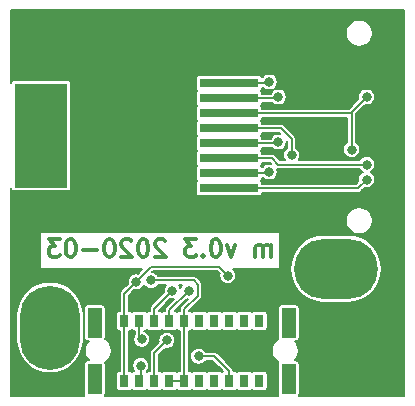
<source format=gbr>
G04 #@! TF.GenerationSoftware,KiCad,Pcbnew,5.1.5*
G04 #@! TF.CreationDate,2020-03-22T18:40:06-04:00*
G04 #@! TF.ProjectId,M55-RJ45,4d35352d-524a-4343-952e-6b696361645f,rev?*
G04 #@! TF.SameCoordinates,Original*
G04 #@! TF.FileFunction,Copper,L2,Bot*
G04 #@! TF.FilePolarity,Positive*
%FSLAX46Y46*%
G04 Gerber Fmt 4.6, Leading zero omitted, Abs format (unit mm)*
G04 Created by KiCad (PCBNEW 5.1.5) date 2020-03-22 18:40:06*
%MOMM*%
%LPD*%
G04 APERTURE LIST*
%ADD10C,0.300000*%
%ADD11C,0.800000*%
%ADD12O,5.100000X7.100000*%
%ADD13O,7.100000X5.100000*%
%ADD14R,4.500000X8.800000*%
%ADD15R,5.000000X0.760000*%
%ADD16R,0.800000X1.100000*%
%ADD17R,1.200000X2.500000*%
%ADD18C,0.127000*%
G04 APERTURE END LIST*
D10*
X62357142Y-139278571D02*
X62357142Y-138278571D01*
X62357142Y-138421428D02*
X62285714Y-138350000D01*
X62142857Y-138278571D01*
X61928571Y-138278571D01*
X61785714Y-138350000D01*
X61714285Y-138492857D01*
X61714285Y-139278571D01*
X61714285Y-138492857D02*
X61642857Y-138350000D01*
X61500000Y-138278571D01*
X61285714Y-138278571D01*
X61142857Y-138350000D01*
X61071428Y-138492857D01*
X61071428Y-139278571D01*
X59357142Y-138278571D02*
X59000000Y-139278571D01*
X58642857Y-138278571D01*
X57785714Y-137778571D02*
X57642857Y-137778571D01*
X57500000Y-137850000D01*
X57428571Y-137921428D01*
X57357142Y-138064285D01*
X57285714Y-138350000D01*
X57285714Y-138707142D01*
X57357142Y-138992857D01*
X57428571Y-139135714D01*
X57500000Y-139207142D01*
X57642857Y-139278571D01*
X57785714Y-139278571D01*
X57928571Y-139207142D01*
X58000000Y-139135714D01*
X58071428Y-138992857D01*
X58142857Y-138707142D01*
X58142857Y-138350000D01*
X58071428Y-138064285D01*
X58000000Y-137921428D01*
X57928571Y-137850000D01*
X57785714Y-137778571D01*
X56642857Y-139135714D02*
X56571428Y-139207142D01*
X56642857Y-139278571D01*
X56714285Y-139207142D01*
X56642857Y-139135714D01*
X56642857Y-139278571D01*
X56071428Y-137778571D02*
X55142857Y-137778571D01*
X55642857Y-138350000D01*
X55428571Y-138350000D01*
X55285714Y-138421428D01*
X55214285Y-138492857D01*
X55142857Y-138635714D01*
X55142857Y-138992857D01*
X55214285Y-139135714D01*
X55285714Y-139207142D01*
X55428571Y-139278571D01*
X55857142Y-139278571D01*
X56000000Y-139207142D01*
X56071428Y-139135714D01*
X53428571Y-137921428D02*
X53357142Y-137850000D01*
X53214285Y-137778571D01*
X52857142Y-137778571D01*
X52714285Y-137850000D01*
X52642857Y-137921428D01*
X52571428Y-138064285D01*
X52571428Y-138207142D01*
X52642857Y-138421428D01*
X53500000Y-139278571D01*
X52571428Y-139278571D01*
X51642857Y-137778571D02*
X51500000Y-137778571D01*
X51357142Y-137850000D01*
X51285714Y-137921428D01*
X51214285Y-138064285D01*
X51142857Y-138350000D01*
X51142857Y-138707142D01*
X51214285Y-138992857D01*
X51285714Y-139135714D01*
X51357142Y-139207142D01*
X51500000Y-139278571D01*
X51642857Y-139278571D01*
X51785714Y-139207142D01*
X51857142Y-139135714D01*
X51928571Y-138992857D01*
X52000000Y-138707142D01*
X52000000Y-138350000D01*
X51928571Y-138064285D01*
X51857142Y-137921428D01*
X51785714Y-137850000D01*
X51642857Y-137778571D01*
X50571428Y-137921428D02*
X50500000Y-137850000D01*
X50357142Y-137778571D01*
X50000000Y-137778571D01*
X49857142Y-137850000D01*
X49785714Y-137921428D01*
X49714285Y-138064285D01*
X49714285Y-138207142D01*
X49785714Y-138421428D01*
X50642857Y-139278571D01*
X49714285Y-139278571D01*
X48785714Y-137778571D02*
X48642857Y-137778571D01*
X48500000Y-137850000D01*
X48428571Y-137921428D01*
X48357142Y-138064285D01*
X48285714Y-138350000D01*
X48285714Y-138707142D01*
X48357142Y-138992857D01*
X48428571Y-139135714D01*
X48500000Y-139207142D01*
X48642857Y-139278571D01*
X48785714Y-139278571D01*
X48928571Y-139207142D01*
X49000000Y-139135714D01*
X49071428Y-138992857D01*
X49142857Y-138707142D01*
X49142857Y-138350000D01*
X49071428Y-138064285D01*
X49000000Y-137921428D01*
X48928571Y-137850000D01*
X48785714Y-137778571D01*
X47642857Y-138707142D02*
X46500000Y-138707142D01*
X45500000Y-137778571D02*
X45357142Y-137778571D01*
X45214285Y-137850000D01*
X45142857Y-137921428D01*
X45071428Y-138064285D01*
X45000000Y-138350000D01*
X45000000Y-138707142D01*
X45071428Y-138992857D01*
X45142857Y-139135714D01*
X45214285Y-139207142D01*
X45357142Y-139278571D01*
X45500000Y-139278571D01*
X45642857Y-139207142D01*
X45714285Y-139135714D01*
X45785714Y-138992857D01*
X45857142Y-138707142D01*
X45857142Y-138350000D01*
X45785714Y-138064285D01*
X45714285Y-137921428D01*
X45642857Y-137850000D01*
X45500000Y-137778571D01*
X44500000Y-137778571D02*
X43571428Y-137778571D01*
X44071428Y-138350000D01*
X43857142Y-138350000D01*
X43714285Y-138421428D01*
X43642857Y-138492857D01*
X43571428Y-138635714D01*
X43571428Y-138992857D01*
X43642857Y-139135714D01*
X43714285Y-139207142D01*
X43857142Y-139278571D01*
X44285714Y-139278571D01*
X44428571Y-139207142D01*
X44500000Y-139135714D01*
D11*
X42677820Y-147820620D03*
X42677820Y-142620620D03*
X44677820Y-142620620D03*
X45677820Y-144120620D03*
X45677820Y-146320620D03*
X44677820Y-147820620D03*
X41677820Y-146320620D03*
X41677820Y-144120620D03*
D12*
X43677820Y-145246020D03*
D11*
X70450000Y-141270000D03*
X65250000Y-141270000D03*
X65250000Y-139270000D03*
X66750000Y-138270000D03*
X68950000Y-138270000D03*
X70450000Y-139270000D03*
X68950000Y-142270000D03*
X66750000Y-142270000D03*
D13*
X67875400Y-140270000D03*
D14*
X42910000Y-129000000D03*
D15*
X58840000Y-133445000D03*
X58840000Y-132175000D03*
X58840000Y-130905000D03*
X58840000Y-129635000D03*
X58840000Y-128365000D03*
X58840000Y-127095000D03*
X58840000Y-125825000D03*
X58840000Y-124555000D03*
D16*
X61392820Y-144680620D03*
X61392820Y-149760620D03*
X60122820Y-144680620D03*
X60122820Y-149760620D03*
X58852820Y-144680620D03*
X58852820Y-149760620D03*
X57582820Y-144680620D03*
X57582820Y-149760620D03*
X56312820Y-144680620D03*
X56312820Y-149760620D03*
X55042820Y-144680620D03*
X55042820Y-149760620D03*
X53772820Y-144680620D03*
X53772820Y-149760620D03*
X52502820Y-144680620D03*
X52502820Y-149760620D03*
X51232820Y-144680620D03*
X51232820Y-149760620D03*
X49962820Y-144680620D03*
X49962820Y-149760620D03*
D17*
X47467820Y-144845620D03*
X47467820Y-149595620D03*
X63887820Y-144845620D03*
X63887820Y-149595620D03*
D11*
X58732420Y-140850620D03*
X50975260Y-141378940D03*
X52223245Y-141264431D03*
X56255920Y-147683220D03*
X51437531Y-146244671D03*
X54032726Y-142120618D03*
X55412330Y-142120624D03*
X53576220Y-146324320D03*
X51366420Y-148470620D03*
X70485000Y-132715000D03*
X62230000Y-124460000D03*
X62230000Y-132080000D03*
X70485000Y-131445000D03*
X63005000Y-129540000D03*
X64134990Y-130669990D03*
X69215000Y-130175000D03*
X70485000Y-125730000D03*
X63005000Y-125730000D03*
D18*
X49867820Y-149665620D02*
X49962820Y-149760620D01*
X49962820Y-144680620D02*
X49962820Y-149760620D01*
X49962820Y-144680620D02*
X49962820Y-142391380D01*
X57969201Y-140087401D02*
X52266799Y-140087401D01*
X58732420Y-140850620D02*
X57969201Y-140087401D01*
X52266799Y-140087401D02*
X50975260Y-141378940D01*
X49962820Y-142391380D02*
X50975260Y-141378940D01*
X55042820Y-149760620D02*
X53772820Y-149760620D01*
X55042820Y-144680620D02*
X55042820Y-149760620D01*
X55042820Y-144680620D02*
X55042820Y-143680624D01*
X56187340Y-141610080D02*
X55841691Y-141264431D01*
X56187340Y-142536104D02*
X56187340Y-141610080D01*
X55042820Y-143680624D02*
X56187340Y-142536104D01*
X55841691Y-141264431D02*
X52223245Y-141264431D01*
X57575420Y-147683220D02*
X56255920Y-147683220D01*
X58852820Y-149760620D02*
X58852820Y-148960620D01*
X58852820Y-148960620D02*
X57575420Y-147683220D01*
X51232820Y-146039960D02*
X51437531Y-146244671D01*
X51232820Y-144680620D02*
X51232820Y-146039960D01*
X52502820Y-143650524D02*
X54032726Y-142120618D01*
X52502820Y-144680620D02*
X52502820Y-143650524D01*
X53887245Y-144566195D02*
X53772820Y-144680620D01*
X53772820Y-143760134D02*
X55412330Y-142120624D01*
X53772820Y-144680620D02*
X53772820Y-143760134D01*
X52502820Y-147397720D02*
X53576220Y-146324320D01*
X52502820Y-149760620D02*
X52502820Y-147397720D01*
X51110961Y-149638761D02*
X51232820Y-149760620D01*
X51366420Y-149627020D02*
X51232820Y-149760620D01*
X51366420Y-148470620D02*
X51366420Y-149627020D01*
X58840000Y-133445000D02*
X69755000Y-133445000D01*
X69755000Y-133445000D02*
X70485000Y-132715000D01*
X58840000Y-124555000D02*
X62135000Y-124555000D01*
X62135000Y-124555000D02*
X62230000Y-124460000D01*
X62135000Y-132175000D02*
X62230000Y-132080000D01*
X58840000Y-132175000D02*
X62135000Y-132175000D01*
X62987994Y-131445000D02*
X70485000Y-131445000D01*
X58840000Y-130905000D02*
X62447994Y-130905000D01*
X62447994Y-130905000D02*
X62987994Y-131445000D01*
X58840000Y-129635000D02*
X62910000Y-129635000D01*
X62910000Y-129635000D02*
X63005000Y-129540000D01*
X63200154Y-128365000D02*
X64134990Y-129299836D01*
X58840000Y-128365000D02*
X63200154Y-128365000D01*
X64134990Y-129299836D02*
X64134990Y-130669990D01*
X69120000Y-127095000D02*
X70485000Y-125730000D01*
X69215000Y-127000000D02*
X70485000Y-125730000D01*
X69215000Y-130175000D02*
X69215000Y-127000000D01*
X58840000Y-127095000D02*
X69120000Y-127095000D01*
X58840000Y-125825000D02*
X62910000Y-125825000D01*
X62910000Y-125825000D02*
X63005000Y-125730000D01*
G36*
X73657501Y-151007500D02*
G01*
X64761303Y-151007500D01*
X64782571Y-150967710D01*
X64800726Y-150907861D01*
X64806856Y-150845620D01*
X64806856Y-148345620D01*
X64800726Y-148283379D01*
X64782571Y-148223530D01*
X64753089Y-148168373D01*
X64713413Y-148120027D01*
X64665067Y-148080351D01*
X64609910Y-148050869D01*
X64550061Y-148032714D01*
X64487820Y-148026584D01*
X64412595Y-148026584D01*
X64490258Y-147948921D01*
X64615290Y-147761797D01*
X64701414Y-147553875D01*
X64745320Y-147333146D01*
X64745320Y-147108094D01*
X64701414Y-146887365D01*
X64615290Y-146679443D01*
X64490258Y-146492319D01*
X64412595Y-146414656D01*
X64487820Y-146414656D01*
X64550061Y-146408526D01*
X64609910Y-146390371D01*
X64665067Y-146360889D01*
X64713413Y-146321213D01*
X64753089Y-146272867D01*
X64782571Y-146217710D01*
X64800726Y-146157861D01*
X64806856Y-146095620D01*
X64806856Y-143595620D01*
X64800726Y-143533379D01*
X64782571Y-143473530D01*
X64753089Y-143418373D01*
X64713413Y-143370027D01*
X64665067Y-143330351D01*
X64609910Y-143300869D01*
X64550061Y-143282714D01*
X64487820Y-143276584D01*
X63287820Y-143276584D01*
X63225579Y-143282714D01*
X63165730Y-143300869D01*
X63110573Y-143330351D01*
X63062227Y-143370027D01*
X63022551Y-143418373D01*
X62993069Y-143473530D01*
X62974914Y-143533379D01*
X62968784Y-143595620D01*
X62968784Y-146095620D01*
X62974914Y-146157861D01*
X62993069Y-146217710D01*
X63007350Y-146244427D01*
X62874519Y-146333182D01*
X62715382Y-146492319D01*
X62590350Y-146679443D01*
X62504226Y-146887365D01*
X62460320Y-147108094D01*
X62460320Y-147333146D01*
X62504226Y-147553875D01*
X62590350Y-147761797D01*
X62715382Y-147948921D01*
X62874519Y-148108058D01*
X63007350Y-148196813D01*
X62993069Y-148223530D01*
X62974914Y-148283379D01*
X62968784Y-148345620D01*
X62968784Y-150845620D01*
X62974914Y-150907861D01*
X62993069Y-150967710D01*
X63014337Y-151007500D01*
X48341303Y-151007500D01*
X48362571Y-150967710D01*
X48380726Y-150907861D01*
X48386856Y-150845620D01*
X48386856Y-148345620D01*
X48380726Y-148283379D01*
X48362571Y-148223530D01*
X48348290Y-148196813D01*
X48481121Y-148108058D01*
X48640258Y-147948921D01*
X48765290Y-147761797D01*
X48851414Y-147553875D01*
X48895320Y-147333146D01*
X48895320Y-147108094D01*
X48851414Y-146887365D01*
X48765290Y-146679443D01*
X48640258Y-146492319D01*
X48481121Y-146333182D01*
X48348290Y-146244427D01*
X48362571Y-146217710D01*
X48380726Y-146157861D01*
X48386856Y-146095620D01*
X48386856Y-143595620D01*
X48380726Y-143533379D01*
X48362571Y-143473530D01*
X48333089Y-143418373D01*
X48293413Y-143370027D01*
X48245067Y-143330351D01*
X48189910Y-143300869D01*
X48130061Y-143282714D01*
X48067820Y-143276584D01*
X46867820Y-143276584D01*
X46805579Y-143282714D01*
X46745730Y-143300869D01*
X46690573Y-143330351D01*
X46642227Y-143370027D01*
X46602551Y-143418373D01*
X46573069Y-143473530D01*
X46554914Y-143533379D01*
X46548784Y-143595620D01*
X46548784Y-146095620D01*
X46554914Y-146157861D01*
X46573069Y-146217710D01*
X46602551Y-146272867D01*
X46642227Y-146321213D01*
X46690573Y-146360889D01*
X46745730Y-146390371D01*
X46805579Y-146408526D01*
X46867820Y-146414656D01*
X46943045Y-146414656D01*
X46865382Y-146492319D01*
X46740350Y-146679443D01*
X46654226Y-146887365D01*
X46610320Y-147108094D01*
X46610320Y-147333146D01*
X46654226Y-147553875D01*
X46740350Y-147761797D01*
X46865382Y-147948921D01*
X46943045Y-148026584D01*
X46867820Y-148026584D01*
X46805579Y-148032714D01*
X46745730Y-148050869D01*
X46690573Y-148080351D01*
X46642227Y-148120027D01*
X46602551Y-148168373D01*
X46573069Y-148223530D01*
X46554914Y-148283379D01*
X46548784Y-148345620D01*
X46548784Y-150845620D01*
X46554914Y-150907861D01*
X46573069Y-150967710D01*
X46594337Y-151007500D01*
X40342500Y-151007500D01*
X40342500Y-144105156D01*
X40810320Y-144105156D01*
X40810320Y-146386885D01*
X40851811Y-146808148D01*
X41015778Y-147348674D01*
X41282045Y-147846826D01*
X41640382Y-148283459D01*
X42077015Y-148641795D01*
X42575167Y-148908062D01*
X43115693Y-149072029D01*
X43677820Y-149127394D01*
X44239948Y-149072029D01*
X44780474Y-148908062D01*
X45278626Y-148641795D01*
X45715259Y-148283459D01*
X46073595Y-147846826D01*
X46339862Y-147348674D01*
X46503829Y-146808148D01*
X46545320Y-146386885D01*
X46545320Y-144105155D01*
X46503829Y-143683892D01*
X46339862Y-143143366D01*
X46073595Y-142645214D01*
X45715258Y-142208581D01*
X45278625Y-141850245D01*
X44780473Y-141583978D01*
X44239947Y-141420011D01*
X43677820Y-141364646D01*
X43115692Y-141420011D01*
X42575166Y-141583978D01*
X42077014Y-141850245D01*
X41640381Y-142208582D01*
X41282045Y-142645215D01*
X41015778Y-143143367D01*
X40851811Y-143683893D01*
X40810320Y-144105156D01*
X40342500Y-144105156D01*
X40342500Y-137127500D01*
X42818215Y-137127500D01*
X42818215Y-140312500D01*
X51502885Y-140312500D01*
X51136024Y-140679361D01*
X51045928Y-140661440D01*
X50904592Y-140661440D01*
X50765973Y-140689013D01*
X50635396Y-140743099D01*
X50517880Y-140821621D01*
X50417941Y-140921560D01*
X50339419Y-141039076D01*
X50285333Y-141169653D01*
X50257760Y-141308272D01*
X50257760Y-141449608D01*
X50275681Y-141539704D01*
X49706647Y-142108739D01*
X49692110Y-142120669D01*
X49680181Y-142135205D01*
X49644498Y-142178684D01*
X49609119Y-142244873D01*
X49587334Y-142316692D01*
X49579977Y-142391380D01*
X49581821Y-142410100D01*
X49581820Y-143811584D01*
X49562820Y-143811584D01*
X49500579Y-143817714D01*
X49440730Y-143835869D01*
X49385573Y-143865351D01*
X49337227Y-143905027D01*
X49297551Y-143953373D01*
X49268069Y-144008530D01*
X49249914Y-144068379D01*
X49243784Y-144130620D01*
X49243784Y-145230620D01*
X49249914Y-145292861D01*
X49268069Y-145352710D01*
X49297551Y-145407867D01*
X49337227Y-145456213D01*
X49385573Y-145495889D01*
X49440730Y-145525371D01*
X49500579Y-145543526D01*
X49562820Y-145549656D01*
X49581820Y-145549656D01*
X49581821Y-148891584D01*
X49562820Y-148891584D01*
X49500579Y-148897714D01*
X49440730Y-148915869D01*
X49385573Y-148945351D01*
X49337227Y-148985027D01*
X49297551Y-149033373D01*
X49268069Y-149088530D01*
X49249914Y-149148379D01*
X49243784Y-149210620D01*
X49243784Y-150310620D01*
X49249914Y-150372861D01*
X49268069Y-150432710D01*
X49297551Y-150487867D01*
X49337227Y-150536213D01*
X49385573Y-150575889D01*
X49440730Y-150605371D01*
X49500579Y-150623526D01*
X49562820Y-150629656D01*
X50362820Y-150629656D01*
X50425061Y-150623526D01*
X50484910Y-150605371D01*
X50540067Y-150575889D01*
X50588413Y-150536213D01*
X50597820Y-150524750D01*
X50607227Y-150536213D01*
X50655573Y-150575889D01*
X50710730Y-150605371D01*
X50770579Y-150623526D01*
X50832820Y-150629656D01*
X51632820Y-150629656D01*
X51695061Y-150623526D01*
X51754910Y-150605371D01*
X51810067Y-150575889D01*
X51858413Y-150536213D01*
X51867820Y-150524750D01*
X51877227Y-150536213D01*
X51925573Y-150575889D01*
X51980730Y-150605371D01*
X52040579Y-150623526D01*
X52102820Y-150629656D01*
X52902820Y-150629656D01*
X52965061Y-150623526D01*
X53024910Y-150605371D01*
X53080067Y-150575889D01*
X53128413Y-150536213D01*
X53137820Y-150524750D01*
X53147227Y-150536213D01*
X53195573Y-150575889D01*
X53250730Y-150605371D01*
X53310579Y-150623526D01*
X53372820Y-150629656D01*
X54172820Y-150629656D01*
X54235061Y-150623526D01*
X54294910Y-150605371D01*
X54350067Y-150575889D01*
X54398413Y-150536213D01*
X54407820Y-150524750D01*
X54417227Y-150536213D01*
X54465573Y-150575889D01*
X54520730Y-150605371D01*
X54580579Y-150623526D01*
X54642820Y-150629656D01*
X55442820Y-150629656D01*
X55505061Y-150623526D01*
X55564910Y-150605371D01*
X55620067Y-150575889D01*
X55668413Y-150536213D01*
X55677820Y-150524750D01*
X55687227Y-150536213D01*
X55735573Y-150575889D01*
X55790730Y-150605371D01*
X55850579Y-150623526D01*
X55912820Y-150629656D01*
X56712820Y-150629656D01*
X56775061Y-150623526D01*
X56834910Y-150605371D01*
X56890067Y-150575889D01*
X56938413Y-150536213D01*
X56947820Y-150524750D01*
X56957227Y-150536213D01*
X57005573Y-150575889D01*
X57060730Y-150605371D01*
X57120579Y-150623526D01*
X57182820Y-150629656D01*
X57982820Y-150629656D01*
X58045061Y-150623526D01*
X58104910Y-150605371D01*
X58160067Y-150575889D01*
X58208413Y-150536213D01*
X58217820Y-150524750D01*
X58227227Y-150536213D01*
X58275573Y-150575889D01*
X58330730Y-150605371D01*
X58390579Y-150623526D01*
X58452820Y-150629656D01*
X59252820Y-150629656D01*
X59315061Y-150623526D01*
X59374910Y-150605371D01*
X59430067Y-150575889D01*
X59478413Y-150536213D01*
X59487820Y-150524750D01*
X59497227Y-150536213D01*
X59545573Y-150575889D01*
X59600730Y-150605371D01*
X59660579Y-150623526D01*
X59722820Y-150629656D01*
X60522820Y-150629656D01*
X60585061Y-150623526D01*
X60644910Y-150605371D01*
X60700067Y-150575889D01*
X60748413Y-150536213D01*
X60757820Y-150524750D01*
X60767227Y-150536213D01*
X60815573Y-150575889D01*
X60870730Y-150605371D01*
X60930579Y-150623526D01*
X60992820Y-150629656D01*
X61792820Y-150629656D01*
X61855061Y-150623526D01*
X61914910Y-150605371D01*
X61970067Y-150575889D01*
X62018413Y-150536213D01*
X62058089Y-150487867D01*
X62087571Y-150432710D01*
X62105726Y-150372861D01*
X62111856Y-150310620D01*
X62111856Y-149210620D01*
X62105726Y-149148379D01*
X62087571Y-149088530D01*
X62058089Y-149033373D01*
X62018413Y-148985027D01*
X61970067Y-148945351D01*
X61914910Y-148915869D01*
X61855061Y-148897714D01*
X61792820Y-148891584D01*
X60992820Y-148891584D01*
X60930579Y-148897714D01*
X60870730Y-148915869D01*
X60815573Y-148945351D01*
X60767227Y-148985027D01*
X60757820Y-148996490D01*
X60748413Y-148985027D01*
X60700067Y-148945351D01*
X60644910Y-148915869D01*
X60585061Y-148897714D01*
X60522820Y-148891584D01*
X59722820Y-148891584D01*
X59660579Y-148897714D01*
X59600730Y-148915869D01*
X59545573Y-148945351D01*
X59497227Y-148985027D01*
X59487820Y-148996490D01*
X59478413Y-148985027D01*
X59430067Y-148945351D01*
X59374910Y-148915869D01*
X59315061Y-148897714D01*
X59252820Y-148891584D01*
X59228864Y-148891584D01*
X59228307Y-148885931D01*
X59206521Y-148814112D01*
X59183465Y-148770979D01*
X59171142Y-148747923D01*
X59135459Y-148704444D01*
X59123531Y-148689909D01*
X59108994Y-148677979D01*
X57858066Y-147427052D01*
X57846131Y-147412509D01*
X57788116Y-147364898D01*
X57721928Y-147329519D01*
X57650109Y-147307733D01*
X57594133Y-147302220D01*
X57594130Y-147302220D01*
X57575420Y-147300377D01*
X57556710Y-147302220D01*
X56864275Y-147302220D01*
X56813239Y-147225840D01*
X56713300Y-147125901D01*
X56595784Y-147047379D01*
X56465207Y-146993293D01*
X56326588Y-146965720D01*
X56185252Y-146965720D01*
X56046633Y-146993293D01*
X55916056Y-147047379D01*
X55798540Y-147125901D01*
X55698601Y-147225840D01*
X55620079Y-147343356D01*
X55565993Y-147473933D01*
X55538420Y-147612552D01*
X55538420Y-147753888D01*
X55565993Y-147892507D01*
X55620079Y-148023084D01*
X55698601Y-148140600D01*
X55798540Y-148240539D01*
X55916056Y-148319061D01*
X56046633Y-148373147D01*
X56185252Y-148400720D01*
X56326588Y-148400720D01*
X56465207Y-148373147D01*
X56595784Y-148319061D01*
X56713300Y-148240539D01*
X56813239Y-148140600D01*
X56864275Y-148064220D01*
X57417606Y-148064220D01*
X58290668Y-148937283D01*
X58275573Y-148945351D01*
X58227227Y-148985027D01*
X58217820Y-148996490D01*
X58208413Y-148985027D01*
X58160067Y-148945351D01*
X58104910Y-148915869D01*
X58045061Y-148897714D01*
X57982820Y-148891584D01*
X57182820Y-148891584D01*
X57120579Y-148897714D01*
X57060730Y-148915869D01*
X57005573Y-148945351D01*
X56957227Y-148985027D01*
X56947820Y-148996490D01*
X56938413Y-148985027D01*
X56890067Y-148945351D01*
X56834910Y-148915869D01*
X56775061Y-148897714D01*
X56712820Y-148891584D01*
X55912820Y-148891584D01*
X55850579Y-148897714D01*
X55790730Y-148915869D01*
X55735573Y-148945351D01*
X55687227Y-148985027D01*
X55677820Y-148996490D01*
X55668413Y-148985027D01*
X55620067Y-148945351D01*
X55564910Y-148915869D01*
X55505061Y-148897714D01*
X55442820Y-148891584D01*
X55423820Y-148891584D01*
X55423820Y-145549656D01*
X55442820Y-145549656D01*
X55505061Y-145543526D01*
X55564910Y-145525371D01*
X55620067Y-145495889D01*
X55668413Y-145456213D01*
X55677820Y-145444750D01*
X55687227Y-145456213D01*
X55735573Y-145495889D01*
X55790730Y-145525371D01*
X55850579Y-145543526D01*
X55912820Y-145549656D01*
X56712820Y-145549656D01*
X56775061Y-145543526D01*
X56834910Y-145525371D01*
X56890067Y-145495889D01*
X56938413Y-145456213D01*
X56947820Y-145444750D01*
X56957227Y-145456213D01*
X57005573Y-145495889D01*
X57060730Y-145525371D01*
X57120579Y-145543526D01*
X57182820Y-145549656D01*
X57982820Y-145549656D01*
X58045061Y-145543526D01*
X58104910Y-145525371D01*
X58160067Y-145495889D01*
X58208413Y-145456213D01*
X58217820Y-145444750D01*
X58227227Y-145456213D01*
X58275573Y-145495889D01*
X58330730Y-145525371D01*
X58390579Y-145543526D01*
X58452820Y-145549656D01*
X59252820Y-145549656D01*
X59315061Y-145543526D01*
X59374910Y-145525371D01*
X59430067Y-145495889D01*
X59478413Y-145456213D01*
X59487820Y-145444750D01*
X59497227Y-145456213D01*
X59545573Y-145495889D01*
X59600730Y-145525371D01*
X59660579Y-145543526D01*
X59722820Y-145549656D01*
X60522820Y-145549656D01*
X60585061Y-145543526D01*
X60644910Y-145525371D01*
X60700067Y-145495889D01*
X60748413Y-145456213D01*
X60757820Y-145444750D01*
X60767227Y-145456213D01*
X60815573Y-145495889D01*
X60870730Y-145525371D01*
X60930579Y-145543526D01*
X60992820Y-145549656D01*
X61792820Y-145549656D01*
X61855061Y-145543526D01*
X61914910Y-145525371D01*
X61970067Y-145495889D01*
X62018413Y-145456213D01*
X62058089Y-145407867D01*
X62087571Y-145352710D01*
X62105726Y-145292861D01*
X62111856Y-145230620D01*
X62111856Y-144130620D01*
X62105726Y-144068379D01*
X62087571Y-144008530D01*
X62058089Y-143953373D01*
X62018413Y-143905027D01*
X61970067Y-143865351D01*
X61914910Y-143835869D01*
X61855061Y-143817714D01*
X61792820Y-143811584D01*
X60992820Y-143811584D01*
X60930579Y-143817714D01*
X60870730Y-143835869D01*
X60815573Y-143865351D01*
X60767227Y-143905027D01*
X60757820Y-143916490D01*
X60748413Y-143905027D01*
X60700067Y-143865351D01*
X60644910Y-143835869D01*
X60585061Y-143817714D01*
X60522820Y-143811584D01*
X59722820Y-143811584D01*
X59660579Y-143817714D01*
X59600730Y-143835869D01*
X59545573Y-143865351D01*
X59497227Y-143905027D01*
X59487820Y-143916490D01*
X59478413Y-143905027D01*
X59430067Y-143865351D01*
X59374910Y-143835869D01*
X59315061Y-143817714D01*
X59252820Y-143811584D01*
X58452820Y-143811584D01*
X58390579Y-143817714D01*
X58330730Y-143835869D01*
X58275573Y-143865351D01*
X58227227Y-143905027D01*
X58217820Y-143916490D01*
X58208413Y-143905027D01*
X58160067Y-143865351D01*
X58104910Y-143835869D01*
X58045061Y-143817714D01*
X57982820Y-143811584D01*
X57182820Y-143811584D01*
X57120579Y-143817714D01*
X57060730Y-143835869D01*
X57005573Y-143865351D01*
X56957227Y-143905027D01*
X56947820Y-143916490D01*
X56938413Y-143905027D01*
X56890067Y-143865351D01*
X56834910Y-143835869D01*
X56775061Y-143817714D01*
X56712820Y-143811584D01*
X55912820Y-143811584D01*
X55850579Y-143817714D01*
X55790730Y-143835869D01*
X55735573Y-143865351D01*
X55687227Y-143905027D01*
X55677820Y-143916490D01*
X55668413Y-143905027D01*
X55620067Y-143865351D01*
X55564910Y-143835869D01*
X55505061Y-143817714D01*
X55449970Y-143812288D01*
X56443515Y-142818744D01*
X56458051Y-142806815D01*
X56499377Y-142756459D01*
X56505662Y-142748801D01*
X56541041Y-142682612D01*
X56552385Y-142645215D01*
X56562827Y-142610793D01*
X56568340Y-142554817D01*
X56568340Y-142554814D01*
X56570183Y-142536104D01*
X56568340Y-142517394D01*
X56568340Y-141628790D01*
X56570183Y-141610080D01*
X56568340Y-141591367D01*
X56562827Y-141535391D01*
X56541041Y-141463572D01*
X56505662Y-141397384D01*
X56469980Y-141353904D01*
X56469977Y-141353901D01*
X56458051Y-141339369D01*
X56443519Y-141327443D01*
X56124336Y-141008262D01*
X56112402Y-140993720D01*
X56054387Y-140946109D01*
X55988199Y-140910730D01*
X55916380Y-140888944D01*
X55860404Y-140883431D01*
X55860401Y-140883431D01*
X55841691Y-140881588D01*
X55822981Y-140883431D01*
X52831600Y-140883431D01*
X52780564Y-140807051D01*
X52680625Y-140707112D01*
X52563109Y-140628590D01*
X52432532Y-140574504D01*
X52337428Y-140555587D01*
X52424614Y-140468401D01*
X57811387Y-140468401D01*
X58032841Y-140689856D01*
X58014920Y-140779952D01*
X58014920Y-140921288D01*
X58042493Y-141059907D01*
X58096579Y-141190484D01*
X58175101Y-141308000D01*
X58275040Y-141407939D01*
X58392556Y-141486461D01*
X58523133Y-141540547D01*
X58661752Y-141568120D01*
X58803088Y-141568120D01*
X58941707Y-141540547D01*
X59072284Y-141486461D01*
X59189800Y-141407939D01*
X59289739Y-141308000D01*
X59368261Y-141190484D01*
X59422347Y-141059907D01*
X59449920Y-140921288D01*
X59449920Y-140779952D01*
X59422347Y-140641333D01*
X59368261Y-140510756D01*
X59289739Y-140393240D01*
X59208999Y-140312500D01*
X63181786Y-140312500D01*
X63181786Y-140270000D01*
X63994026Y-140270000D01*
X64049391Y-140832128D01*
X64213358Y-141372654D01*
X64479625Y-141870806D01*
X64837961Y-142307439D01*
X65274594Y-142665775D01*
X65772746Y-142932042D01*
X66313272Y-143096009D01*
X66734535Y-143137500D01*
X69016265Y-143137500D01*
X69437528Y-143096009D01*
X69978054Y-142932042D01*
X70476206Y-142665775D01*
X70912839Y-142307439D01*
X71271175Y-141870806D01*
X71537442Y-141372654D01*
X71701409Y-140832128D01*
X71756774Y-140270000D01*
X71701409Y-139707872D01*
X71537442Y-139167346D01*
X71271175Y-138669194D01*
X70912839Y-138232561D01*
X70476206Y-137874225D01*
X69978054Y-137607958D01*
X69437528Y-137443991D01*
X69016265Y-137402500D01*
X66734535Y-137402500D01*
X66313272Y-137443991D01*
X65772746Y-137607958D01*
X65274594Y-137874225D01*
X64837961Y-138232561D01*
X64479625Y-138669194D01*
X64213358Y-139167346D01*
X64049391Y-139707872D01*
X63994026Y-140270000D01*
X63181786Y-140270000D01*
X63181786Y-137127500D01*
X42818215Y-137127500D01*
X40342500Y-137127500D01*
X40342500Y-136082474D01*
X68707500Y-136082474D01*
X68707500Y-136307526D01*
X68751406Y-136528255D01*
X68837530Y-136736177D01*
X68962562Y-136923301D01*
X69121699Y-137082438D01*
X69308823Y-137207470D01*
X69516745Y-137293594D01*
X69737474Y-137337500D01*
X69962526Y-137337500D01*
X70183255Y-137293594D01*
X70391177Y-137207470D01*
X70578301Y-137082438D01*
X70737438Y-136923301D01*
X70862470Y-136736177D01*
X70948594Y-136528255D01*
X70992500Y-136307526D01*
X70992500Y-136082474D01*
X70948594Y-135861745D01*
X70862470Y-135653823D01*
X70737438Y-135466699D01*
X70578301Y-135307562D01*
X70391177Y-135182530D01*
X70183255Y-135096406D01*
X69962526Y-135052500D01*
X69737474Y-135052500D01*
X69516745Y-135096406D01*
X69308823Y-135182530D01*
X69121699Y-135307562D01*
X68962562Y-135466699D01*
X68837530Y-135653823D01*
X68751406Y-135861745D01*
X68707500Y-136082474D01*
X40342500Y-136082474D01*
X40342500Y-133415596D01*
X40347094Y-133462241D01*
X40365249Y-133522090D01*
X40394731Y-133577247D01*
X40434407Y-133625593D01*
X40482753Y-133665269D01*
X40537910Y-133694751D01*
X40597759Y-133712906D01*
X40660000Y-133719036D01*
X45160000Y-133719036D01*
X45222241Y-133712906D01*
X45282090Y-133694751D01*
X45337247Y-133665269D01*
X45385593Y-133625593D01*
X45425269Y-133577247D01*
X45454751Y-133522090D01*
X45472906Y-133462241D01*
X45479036Y-133400000D01*
X45479036Y-124600000D01*
X45472906Y-124537759D01*
X45454751Y-124477910D01*
X45425269Y-124422753D01*
X45385593Y-124374407D01*
X45337247Y-124334731D01*
X45282090Y-124305249D01*
X45222241Y-124287094D01*
X45160000Y-124280964D01*
X40660000Y-124280964D01*
X40597759Y-124287094D01*
X40537910Y-124305249D01*
X40482753Y-124334731D01*
X40434407Y-124374407D01*
X40394731Y-124422753D01*
X40365249Y-124477910D01*
X40347094Y-124537759D01*
X40342500Y-124584404D01*
X40342500Y-124175000D01*
X56020964Y-124175000D01*
X56020964Y-124935000D01*
X56027094Y-124997241D01*
X56045249Y-125057090D01*
X56074731Y-125112247D01*
X56114407Y-125160593D01*
X56150240Y-125190000D01*
X56114407Y-125219407D01*
X56074731Y-125267753D01*
X56045249Y-125322910D01*
X56027094Y-125382759D01*
X56020964Y-125445000D01*
X56020964Y-126205000D01*
X56027094Y-126267241D01*
X56045249Y-126327090D01*
X56074731Y-126382247D01*
X56114407Y-126430593D01*
X56150240Y-126460000D01*
X56114407Y-126489407D01*
X56074731Y-126537753D01*
X56045249Y-126592910D01*
X56027094Y-126652759D01*
X56020964Y-126715000D01*
X56020964Y-127475000D01*
X56027094Y-127537241D01*
X56045249Y-127597090D01*
X56074731Y-127652247D01*
X56114407Y-127700593D01*
X56150240Y-127730000D01*
X56114407Y-127759407D01*
X56074731Y-127807753D01*
X56045249Y-127862910D01*
X56027094Y-127922759D01*
X56020964Y-127985000D01*
X56020964Y-128745000D01*
X56027094Y-128807241D01*
X56045249Y-128867090D01*
X56074731Y-128922247D01*
X56114407Y-128970593D01*
X56150240Y-129000000D01*
X56114407Y-129029407D01*
X56074731Y-129077753D01*
X56045249Y-129132910D01*
X56027094Y-129192759D01*
X56020964Y-129255000D01*
X56020964Y-130015000D01*
X56027094Y-130077241D01*
X56045249Y-130137090D01*
X56074731Y-130192247D01*
X56114407Y-130240593D01*
X56150240Y-130270000D01*
X56114407Y-130299407D01*
X56074731Y-130347753D01*
X56045249Y-130402910D01*
X56027094Y-130462759D01*
X56020964Y-130525000D01*
X56020964Y-131285000D01*
X56027094Y-131347241D01*
X56045249Y-131407090D01*
X56074731Y-131462247D01*
X56114407Y-131510593D01*
X56150240Y-131540000D01*
X56114407Y-131569407D01*
X56074731Y-131617753D01*
X56045249Y-131672910D01*
X56027094Y-131732759D01*
X56020964Y-131795000D01*
X56020964Y-132555000D01*
X56027094Y-132617241D01*
X56045249Y-132677090D01*
X56074731Y-132732247D01*
X56114407Y-132780593D01*
X56150240Y-132810000D01*
X56114407Y-132839407D01*
X56074731Y-132887753D01*
X56045249Y-132942910D01*
X56027094Y-133002759D01*
X56020964Y-133065000D01*
X56020964Y-133825000D01*
X56027094Y-133887241D01*
X56045249Y-133947090D01*
X56074731Y-134002247D01*
X56114407Y-134050593D01*
X56162753Y-134090269D01*
X56217910Y-134119751D01*
X56277759Y-134137906D01*
X56340000Y-134144036D01*
X61340000Y-134144036D01*
X61402241Y-134137906D01*
X61462090Y-134119751D01*
X61517247Y-134090269D01*
X61565593Y-134050593D01*
X61605269Y-134002247D01*
X61634751Y-133947090D01*
X61652906Y-133887241D01*
X61658938Y-133826000D01*
X69736290Y-133826000D01*
X69755000Y-133827843D01*
X69773710Y-133826000D01*
X69773713Y-133826000D01*
X69829689Y-133820487D01*
X69901508Y-133798701D01*
X69967696Y-133763322D01*
X70025711Y-133715711D01*
X70037646Y-133701168D01*
X70324236Y-133414579D01*
X70414332Y-133432500D01*
X70555668Y-133432500D01*
X70694287Y-133404927D01*
X70824864Y-133350841D01*
X70942380Y-133272319D01*
X71042319Y-133172380D01*
X71120841Y-133054864D01*
X71174927Y-132924287D01*
X71202500Y-132785668D01*
X71202500Y-132644332D01*
X71174927Y-132505713D01*
X71120841Y-132375136D01*
X71042319Y-132257620D01*
X70942380Y-132157681D01*
X70826123Y-132080000D01*
X70942380Y-132002319D01*
X71042319Y-131902380D01*
X71120841Y-131784864D01*
X71174927Y-131654287D01*
X71202500Y-131515668D01*
X71202500Y-131374332D01*
X71174927Y-131235713D01*
X71120841Y-131105136D01*
X71042319Y-130987620D01*
X70942380Y-130887681D01*
X70824864Y-130809159D01*
X70694287Y-130755073D01*
X70555668Y-130727500D01*
X70414332Y-130727500D01*
X70275713Y-130755073D01*
X70145136Y-130809159D01*
X70027620Y-130887681D01*
X69927681Y-130987620D01*
X69876645Y-131064000D01*
X64734652Y-131064000D01*
X64770831Y-131009854D01*
X64824917Y-130879277D01*
X64852490Y-130740658D01*
X64852490Y-130599322D01*
X64824917Y-130460703D01*
X64770831Y-130330126D01*
X64692309Y-130212610D01*
X64592370Y-130112671D01*
X64515990Y-130061635D01*
X64515990Y-129318546D01*
X64517833Y-129299836D01*
X64515990Y-129281123D01*
X64510477Y-129225147D01*
X64488691Y-129153328D01*
X64453313Y-129087141D01*
X64453312Y-129087139D01*
X64417629Y-129043660D01*
X64405701Y-129029125D01*
X64391165Y-129017196D01*
X63482800Y-128108832D01*
X63470865Y-128094289D01*
X63412850Y-128046678D01*
X63346662Y-128011299D01*
X63274843Y-127989513D01*
X63218867Y-127984000D01*
X63218864Y-127984000D01*
X63200154Y-127982157D01*
X63181444Y-127984000D01*
X61658938Y-127984000D01*
X61652906Y-127922759D01*
X61634751Y-127862910D01*
X61605269Y-127807753D01*
X61565593Y-127759407D01*
X61529760Y-127730000D01*
X61565593Y-127700593D01*
X61605269Y-127652247D01*
X61634751Y-127597090D01*
X61652906Y-127537241D01*
X61658938Y-127476000D01*
X68834001Y-127476000D01*
X68834000Y-129566645D01*
X68757620Y-129617681D01*
X68657681Y-129717620D01*
X68579159Y-129835136D01*
X68525073Y-129965713D01*
X68497500Y-130104332D01*
X68497500Y-130245668D01*
X68525073Y-130384287D01*
X68579159Y-130514864D01*
X68657681Y-130632380D01*
X68757620Y-130732319D01*
X68875136Y-130810841D01*
X69005713Y-130864927D01*
X69144332Y-130892500D01*
X69285668Y-130892500D01*
X69424287Y-130864927D01*
X69554864Y-130810841D01*
X69672380Y-130732319D01*
X69772319Y-130632380D01*
X69850841Y-130514864D01*
X69904927Y-130384287D01*
X69932500Y-130245668D01*
X69932500Y-130104332D01*
X69904927Y-129965713D01*
X69850841Y-129835136D01*
X69772319Y-129717620D01*
X69672380Y-129617681D01*
X69596000Y-129566645D01*
X69596000Y-127157814D01*
X70324236Y-126429579D01*
X70414332Y-126447500D01*
X70555668Y-126447500D01*
X70694287Y-126419927D01*
X70824864Y-126365841D01*
X70942380Y-126287319D01*
X71042319Y-126187380D01*
X71120841Y-126069864D01*
X71174927Y-125939287D01*
X71202500Y-125800668D01*
X71202500Y-125659332D01*
X71174927Y-125520713D01*
X71120841Y-125390136D01*
X71042319Y-125272620D01*
X70942380Y-125172681D01*
X70824864Y-125094159D01*
X70694287Y-125040073D01*
X70555668Y-125012500D01*
X70414332Y-125012500D01*
X70275713Y-125040073D01*
X70145136Y-125094159D01*
X70027620Y-125172681D01*
X69927681Y-125272620D01*
X69849159Y-125390136D01*
X69795073Y-125520713D01*
X69767500Y-125659332D01*
X69767500Y-125800668D01*
X69785421Y-125890764D01*
X68962186Y-126714000D01*
X61658938Y-126714000D01*
X61652906Y-126652759D01*
X61634751Y-126592910D01*
X61605269Y-126537753D01*
X61565593Y-126489407D01*
X61529760Y-126460000D01*
X61565593Y-126430593D01*
X61605269Y-126382247D01*
X61634751Y-126327090D01*
X61652906Y-126267241D01*
X61658938Y-126206000D01*
X62466301Y-126206000D01*
X62547620Y-126287319D01*
X62665136Y-126365841D01*
X62795713Y-126419927D01*
X62934332Y-126447500D01*
X63075668Y-126447500D01*
X63214287Y-126419927D01*
X63344864Y-126365841D01*
X63462380Y-126287319D01*
X63562319Y-126187380D01*
X63640841Y-126069864D01*
X63694927Y-125939287D01*
X63722500Y-125800668D01*
X63722500Y-125659332D01*
X63694927Y-125520713D01*
X63640841Y-125390136D01*
X63562319Y-125272620D01*
X63462380Y-125172681D01*
X63344864Y-125094159D01*
X63214287Y-125040073D01*
X63075668Y-125012500D01*
X62934332Y-125012500D01*
X62795713Y-125040073D01*
X62665136Y-125094159D01*
X62547620Y-125172681D01*
X62447681Y-125272620D01*
X62369159Y-125390136D01*
X62346848Y-125444000D01*
X61658938Y-125444000D01*
X61652906Y-125382759D01*
X61634751Y-125322910D01*
X61605269Y-125267753D01*
X61565593Y-125219407D01*
X61529760Y-125190000D01*
X61565593Y-125160593D01*
X61605269Y-125112247D01*
X61634751Y-125057090D01*
X61652906Y-124997241D01*
X61658938Y-124936000D01*
X61691301Y-124936000D01*
X61772620Y-125017319D01*
X61890136Y-125095841D01*
X62020713Y-125149927D01*
X62159332Y-125177500D01*
X62300668Y-125177500D01*
X62439287Y-125149927D01*
X62569864Y-125095841D01*
X62687380Y-125017319D01*
X62787319Y-124917380D01*
X62865841Y-124799864D01*
X62919927Y-124669287D01*
X62947500Y-124530668D01*
X62947500Y-124389332D01*
X62919927Y-124250713D01*
X62865841Y-124120136D01*
X62787319Y-124002620D01*
X62687380Y-123902681D01*
X62569864Y-123824159D01*
X62439287Y-123770073D01*
X62300668Y-123742500D01*
X62159332Y-123742500D01*
X62020713Y-123770073D01*
X61890136Y-123824159D01*
X61772620Y-123902681D01*
X61672681Y-124002620D01*
X61636102Y-124057364D01*
X61634751Y-124052910D01*
X61605269Y-123997753D01*
X61565593Y-123949407D01*
X61517247Y-123909731D01*
X61462090Y-123880249D01*
X61402241Y-123862094D01*
X61340000Y-123855964D01*
X56340000Y-123855964D01*
X56277759Y-123862094D01*
X56217910Y-123880249D01*
X56162753Y-123909731D01*
X56114407Y-123949407D01*
X56074731Y-123997753D01*
X56045249Y-124052910D01*
X56027094Y-124112759D01*
X56020964Y-124175000D01*
X40342500Y-124175000D01*
X40342500Y-120232474D01*
X68707500Y-120232474D01*
X68707500Y-120457526D01*
X68751406Y-120678255D01*
X68837530Y-120886177D01*
X68962562Y-121073301D01*
X69121699Y-121232438D01*
X69308823Y-121357470D01*
X69516745Y-121443594D01*
X69737474Y-121487500D01*
X69962526Y-121487500D01*
X70183255Y-121443594D01*
X70391177Y-121357470D01*
X70578301Y-121232438D01*
X70737438Y-121073301D01*
X70862470Y-120886177D01*
X70948594Y-120678255D01*
X70992500Y-120457526D01*
X70992500Y-120232474D01*
X70948594Y-120011745D01*
X70862470Y-119803823D01*
X70737438Y-119616699D01*
X70578301Y-119457562D01*
X70391177Y-119332530D01*
X70183255Y-119246406D01*
X69962526Y-119202500D01*
X69737474Y-119202500D01*
X69516745Y-119246406D01*
X69308823Y-119332530D01*
X69121699Y-119457562D01*
X68962562Y-119616699D01*
X68837530Y-119803823D01*
X68751406Y-120011745D01*
X68707500Y-120232474D01*
X40342500Y-120232474D01*
X40342500Y-118342500D01*
X73657500Y-118342500D01*
X73657501Y-151007500D01*
G37*
X73657501Y-151007500D02*
X64761303Y-151007500D01*
X64782571Y-150967710D01*
X64800726Y-150907861D01*
X64806856Y-150845620D01*
X64806856Y-148345620D01*
X64800726Y-148283379D01*
X64782571Y-148223530D01*
X64753089Y-148168373D01*
X64713413Y-148120027D01*
X64665067Y-148080351D01*
X64609910Y-148050869D01*
X64550061Y-148032714D01*
X64487820Y-148026584D01*
X64412595Y-148026584D01*
X64490258Y-147948921D01*
X64615290Y-147761797D01*
X64701414Y-147553875D01*
X64745320Y-147333146D01*
X64745320Y-147108094D01*
X64701414Y-146887365D01*
X64615290Y-146679443D01*
X64490258Y-146492319D01*
X64412595Y-146414656D01*
X64487820Y-146414656D01*
X64550061Y-146408526D01*
X64609910Y-146390371D01*
X64665067Y-146360889D01*
X64713413Y-146321213D01*
X64753089Y-146272867D01*
X64782571Y-146217710D01*
X64800726Y-146157861D01*
X64806856Y-146095620D01*
X64806856Y-143595620D01*
X64800726Y-143533379D01*
X64782571Y-143473530D01*
X64753089Y-143418373D01*
X64713413Y-143370027D01*
X64665067Y-143330351D01*
X64609910Y-143300869D01*
X64550061Y-143282714D01*
X64487820Y-143276584D01*
X63287820Y-143276584D01*
X63225579Y-143282714D01*
X63165730Y-143300869D01*
X63110573Y-143330351D01*
X63062227Y-143370027D01*
X63022551Y-143418373D01*
X62993069Y-143473530D01*
X62974914Y-143533379D01*
X62968784Y-143595620D01*
X62968784Y-146095620D01*
X62974914Y-146157861D01*
X62993069Y-146217710D01*
X63007350Y-146244427D01*
X62874519Y-146333182D01*
X62715382Y-146492319D01*
X62590350Y-146679443D01*
X62504226Y-146887365D01*
X62460320Y-147108094D01*
X62460320Y-147333146D01*
X62504226Y-147553875D01*
X62590350Y-147761797D01*
X62715382Y-147948921D01*
X62874519Y-148108058D01*
X63007350Y-148196813D01*
X62993069Y-148223530D01*
X62974914Y-148283379D01*
X62968784Y-148345620D01*
X62968784Y-150845620D01*
X62974914Y-150907861D01*
X62993069Y-150967710D01*
X63014337Y-151007500D01*
X48341303Y-151007500D01*
X48362571Y-150967710D01*
X48380726Y-150907861D01*
X48386856Y-150845620D01*
X48386856Y-148345620D01*
X48380726Y-148283379D01*
X48362571Y-148223530D01*
X48348290Y-148196813D01*
X48481121Y-148108058D01*
X48640258Y-147948921D01*
X48765290Y-147761797D01*
X48851414Y-147553875D01*
X48895320Y-147333146D01*
X48895320Y-147108094D01*
X48851414Y-146887365D01*
X48765290Y-146679443D01*
X48640258Y-146492319D01*
X48481121Y-146333182D01*
X48348290Y-146244427D01*
X48362571Y-146217710D01*
X48380726Y-146157861D01*
X48386856Y-146095620D01*
X48386856Y-143595620D01*
X48380726Y-143533379D01*
X48362571Y-143473530D01*
X48333089Y-143418373D01*
X48293413Y-143370027D01*
X48245067Y-143330351D01*
X48189910Y-143300869D01*
X48130061Y-143282714D01*
X48067820Y-143276584D01*
X46867820Y-143276584D01*
X46805579Y-143282714D01*
X46745730Y-143300869D01*
X46690573Y-143330351D01*
X46642227Y-143370027D01*
X46602551Y-143418373D01*
X46573069Y-143473530D01*
X46554914Y-143533379D01*
X46548784Y-143595620D01*
X46548784Y-146095620D01*
X46554914Y-146157861D01*
X46573069Y-146217710D01*
X46602551Y-146272867D01*
X46642227Y-146321213D01*
X46690573Y-146360889D01*
X46745730Y-146390371D01*
X46805579Y-146408526D01*
X46867820Y-146414656D01*
X46943045Y-146414656D01*
X46865382Y-146492319D01*
X46740350Y-146679443D01*
X46654226Y-146887365D01*
X46610320Y-147108094D01*
X46610320Y-147333146D01*
X46654226Y-147553875D01*
X46740350Y-147761797D01*
X46865382Y-147948921D01*
X46943045Y-148026584D01*
X46867820Y-148026584D01*
X46805579Y-148032714D01*
X46745730Y-148050869D01*
X46690573Y-148080351D01*
X46642227Y-148120027D01*
X46602551Y-148168373D01*
X46573069Y-148223530D01*
X46554914Y-148283379D01*
X46548784Y-148345620D01*
X46548784Y-150845620D01*
X46554914Y-150907861D01*
X46573069Y-150967710D01*
X46594337Y-151007500D01*
X40342500Y-151007500D01*
X40342500Y-144105156D01*
X40810320Y-144105156D01*
X40810320Y-146386885D01*
X40851811Y-146808148D01*
X41015778Y-147348674D01*
X41282045Y-147846826D01*
X41640382Y-148283459D01*
X42077015Y-148641795D01*
X42575167Y-148908062D01*
X43115693Y-149072029D01*
X43677820Y-149127394D01*
X44239948Y-149072029D01*
X44780474Y-148908062D01*
X45278626Y-148641795D01*
X45715259Y-148283459D01*
X46073595Y-147846826D01*
X46339862Y-147348674D01*
X46503829Y-146808148D01*
X46545320Y-146386885D01*
X46545320Y-144105155D01*
X46503829Y-143683892D01*
X46339862Y-143143366D01*
X46073595Y-142645214D01*
X45715258Y-142208581D01*
X45278625Y-141850245D01*
X44780473Y-141583978D01*
X44239947Y-141420011D01*
X43677820Y-141364646D01*
X43115692Y-141420011D01*
X42575166Y-141583978D01*
X42077014Y-141850245D01*
X41640381Y-142208582D01*
X41282045Y-142645215D01*
X41015778Y-143143367D01*
X40851811Y-143683893D01*
X40810320Y-144105156D01*
X40342500Y-144105156D01*
X40342500Y-137127500D01*
X42818215Y-137127500D01*
X42818215Y-140312500D01*
X51502885Y-140312500D01*
X51136024Y-140679361D01*
X51045928Y-140661440D01*
X50904592Y-140661440D01*
X50765973Y-140689013D01*
X50635396Y-140743099D01*
X50517880Y-140821621D01*
X50417941Y-140921560D01*
X50339419Y-141039076D01*
X50285333Y-141169653D01*
X50257760Y-141308272D01*
X50257760Y-141449608D01*
X50275681Y-141539704D01*
X49706647Y-142108739D01*
X49692110Y-142120669D01*
X49680181Y-142135205D01*
X49644498Y-142178684D01*
X49609119Y-142244873D01*
X49587334Y-142316692D01*
X49579977Y-142391380D01*
X49581821Y-142410100D01*
X49581820Y-143811584D01*
X49562820Y-143811584D01*
X49500579Y-143817714D01*
X49440730Y-143835869D01*
X49385573Y-143865351D01*
X49337227Y-143905027D01*
X49297551Y-143953373D01*
X49268069Y-144008530D01*
X49249914Y-144068379D01*
X49243784Y-144130620D01*
X49243784Y-145230620D01*
X49249914Y-145292861D01*
X49268069Y-145352710D01*
X49297551Y-145407867D01*
X49337227Y-145456213D01*
X49385573Y-145495889D01*
X49440730Y-145525371D01*
X49500579Y-145543526D01*
X49562820Y-145549656D01*
X49581820Y-145549656D01*
X49581821Y-148891584D01*
X49562820Y-148891584D01*
X49500579Y-148897714D01*
X49440730Y-148915869D01*
X49385573Y-148945351D01*
X49337227Y-148985027D01*
X49297551Y-149033373D01*
X49268069Y-149088530D01*
X49249914Y-149148379D01*
X49243784Y-149210620D01*
X49243784Y-150310620D01*
X49249914Y-150372861D01*
X49268069Y-150432710D01*
X49297551Y-150487867D01*
X49337227Y-150536213D01*
X49385573Y-150575889D01*
X49440730Y-150605371D01*
X49500579Y-150623526D01*
X49562820Y-150629656D01*
X50362820Y-150629656D01*
X50425061Y-150623526D01*
X50484910Y-150605371D01*
X50540067Y-150575889D01*
X50588413Y-150536213D01*
X50597820Y-150524750D01*
X50607227Y-150536213D01*
X50655573Y-150575889D01*
X50710730Y-150605371D01*
X50770579Y-150623526D01*
X50832820Y-150629656D01*
X51632820Y-150629656D01*
X51695061Y-150623526D01*
X51754910Y-150605371D01*
X51810067Y-150575889D01*
X51858413Y-150536213D01*
X51867820Y-150524750D01*
X51877227Y-150536213D01*
X51925573Y-150575889D01*
X51980730Y-150605371D01*
X52040579Y-150623526D01*
X52102820Y-150629656D01*
X52902820Y-150629656D01*
X52965061Y-150623526D01*
X53024910Y-150605371D01*
X53080067Y-150575889D01*
X53128413Y-150536213D01*
X53137820Y-150524750D01*
X53147227Y-150536213D01*
X53195573Y-150575889D01*
X53250730Y-150605371D01*
X53310579Y-150623526D01*
X53372820Y-150629656D01*
X54172820Y-150629656D01*
X54235061Y-150623526D01*
X54294910Y-150605371D01*
X54350067Y-150575889D01*
X54398413Y-150536213D01*
X54407820Y-150524750D01*
X54417227Y-150536213D01*
X54465573Y-150575889D01*
X54520730Y-150605371D01*
X54580579Y-150623526D01*
X54642820Y-150629656D01*
X55442820Y-150629656D01*
X55505061Y-150623526D01*
X55564910Y-150605371D01*
X55620067Y-150575889D01*
X55668413Y-150536213D01*
X55677820Y-150524750D01*
X55687227Y-150536213D01*
X55735573Y-150575889D01*
X55790730Y-150605371D01*
X55850579Y-150623526D01*
X55912820Y-150629656D01*
X56712820Y-150629656D01*
X56775061Y-150623526D01*
X56834910Y-150605371D01*
X56890067Y-150575889D01*
X56938413Y-150536213D01*
X56947820Y-150524750D01*
X56957227Y-150536213D01*
X57005573Y-150575889D01*
X57060730Y-150605371D01*
X57120579Y-150623526D01*
X57182820Y-150629656D01*
X57982820Y-150629656D01*
X58045061Y-150623526D01*
X58104910Y-150605371D01*
X58160067Y-150575889D01*
X58208413Y-150536213D01*
X58217820Y-150524750D01*
X58227227Y-150536213D01*
X58275573Y-150575889D01*
X58330730Y-150605371D01*
X58390579Y-150623526D01*
X58452820Y-150629656D01*
X59252820Y-150629656D01*
X59315061Y-150623526D01*
X59374910Y-150605371D01*
X59430067Y-150575889D01*
X59478413Y-150536213D01*
X59487820Y-150524750D01*
X59497227Y-150536213D01*
X59545573Y-150575889D01*
X59600730Y-150605371D01*
X59660579Y-150623526D01*
X59722820Y-150629656D01*
X60522820Y-150629656D01*
X60585061Y-150623526D01*
X60644910Y-150605371D01*
X60700067Y-150575889D01*
X60748413Y-150536213D01*
X60757820Y-150524750D01*
X60767227Y-150536213D01*
X60815573Y-150575889D01*
X60870730Y-150605371D01*
X60930579Y-150623526D01*
X60992820Y-150629656D01*
X61792820Y-150629656D01*
X61855061Y-150623526D01*
X61914910Y-150605371D01*
X61970067Y-150575889D01*
X62018413Y-150536213D01*
X62058089Y-150487867D01*
X62087571Y-150432710D01*
X62105726Y-150372861D01*
X62111856Y-150310620D01*
X62111856Y-149210620D01*
X62105726Y-149148379D01*
X62087571Y-149088530D01*
X62058089Y-149033373D01*
X62018413Y-148985027D01*
X61970067Y-148945351D01*
X61914910Y-148915869D01*
X61855061Y-148897714D01*
X61792820Y-148891584D01*
X60992820Y-148891584D01*
X60930579Y-148897714D01*
X60870730Y-148915869D01*
X60815573Y-148945351D01*
X60767227Y-148985027D01*
X60757820Y-148996490D01*
X60748413Y-148985027D01*
X60700067Y-148945351D01*
X60644910Y-148915869D01*
X60585061Y-148897714D01*
X60522820Y-148891584D01*
X59722820Y-148891584D01*
X59660579Y-148897714D01*
X59600730Y-148915869D01*
X59545573Y-148945351D01*
X59497227Y-148985027D01*
X59487820Y-148996490D01*
X59478413Y-148985027D01*
X59430067Y-148945351D01*
X59374910Y-148915869D01*
X59315061Y-148897714D01*
X59252820Y-148891584D01*
X59228864Y-148891584D01*
X59228307Y-148885931D01*
X59206521Y-148814112D01*
X59183465Y-148770979D01*
X59171142Y-148747923D01*
X59135459Y-148704444D01*
X59123531Y-148689909D01*
X59108994Y-148677979D01*
X57858066Y-147427052D01*
X57846131Y-147412509D01*
X57788116Y-147364898D01*
X57721928Y-147329519D01*
X57650109Y-147307733D01*
X57594133Y-147302220D01*
X57594130Y-147302220D01*
X57575420Y-147300377D01*
X57556710Y-147302220D01*
X56864275Y-147302220D01*
X56813239Y-147225840D01*
X56713300Y-147125901D01*
X56595784Y-147047379D01*
X56465207Y-146993293D01*
X56326588Y-146965720D01*
X56185252Y-146965720D01*
X56046633Y-146993293D01*
X55916056Y-147047379D01*
X55798540Y-147125901D01*
X55698601Y-147225840D01*
X55620079Y-147343356D01*
X55565993Y-147473933D01*
X55538420Y-147612552D01*
X55538420Y-147753888D01*
X55565993Y-147892507D01*
X55620079Y-148023084D01*
X55698601Y-148140600D01*
X55798540Y-148240539D01*
X55916056Y-148319061D01*
X56046633Y-148373147D01*
X56185252Y-148400720D01*
X56326588Y-148400720D01*
X56465207Y-148373147D01*
X56595784Y-148319061D01*
X56713300Y-148240539D01*
X56813239Y-148140600D01*
X56864275Y-148064220D01*
X57417606Y-148064220D01*
X58290668Y-148937283D01*
X58275573Y-148945351D01*
X58227227Y-148985027D01*
X58217820Y-148996490D01*
X58208413Y-148985027D01*
X58160067Y-148945351D01*
X58104910Y-148915869D01*
X58045061Y-148897714D01*
X57982820Y-148891584D01*
X57182820Y-148891584D01*
X57120579Y-148897714D01*
X57060730Y-148915869D01*
X57005573Y-148945351D01*
X56957227Y-148985027D01*
X56947820Y-148996490D01*
X56938413Y-148985027D01*
X56890067Y-148945351D01*
X56834910Y-148915869D01*
X56775061Y-148897714D01*
X56712820Y-148891584D01*
X55912820Y-148891584D01*
X55850579Y-148897714D01*
X55790730Y-148915869D01*
X55735573Y-148945351D01*
X55687227Y-148985027D01*
X55677820Y-148996490D01*
X55668413Y-148985027D01*
X55620067Y-148945351D01*
X55564910Y-148915869D01*
X55505061Y-148897714D01*
X55442820Y-148891584D01*
X55423820Y-148891584D01*
X55423820Y-145549656D01*
X55442820Y-145549656D01*
X55505061Y-145543526D01*
X55564910Y-145525371D01*
X55620067Y-145495889D01*
X55668413Y-145456213D01*
X55677820Y-145444750D01*
X55687227Y-145456213D01*
X55735573Y-145495889D01*
X55790730Y-145525371D01*
X55850579Y-145543526D01*
X55912820Y-145549656D01*
X56712820Y-145549656D01*
X56775061Y-145543526D01*
X56834910Y-145525371D01*
X56890067Y-145495889D01*
X56938413Y-145456213D01*
X56947820Y-145444750D01*
X56957227Y-145456213D01*
X57005573Y-145495889D01*
X57060730Y-145525371D01*
X57120579Y-145543526D01*
X57182820Y-145549656D01*
X57982820Y-145549656D01*
X58045061Y-145543526D01*
X58104910Y-145525371D01*
X58160067Y-145495889D01*
X58208413Y-145456213D01*
X58217820Y-145444750D01*
X58227227Y-145456213D01*
X58275573Y-145495889D01*
X58330730Y-145525371D01*
X58390579Y-145543526D01*
X58452820Y-145549656D01*
X59252820Y-145549656D01*
X59315061Y-145543526D01*
X59374910Y-145525371D01*
X59430067Y-145495889D01*
X59478413Y-145456213D01*
X59487820Y-145444750D01*
X59497227Y-145456213D01*
X59545573Y-145495889D01*
X59600730Y-145525371D01*
X59660579Y-145543526D01*
X59722820Y-145549656D01*
X60522820Y-145549656D01*
X60585061Y-145543526D01*
X60644910Y-145525371D01*
X60700067Y-145495889D01*
X60748413Y-145456213D01*
X60757820Y-145444750D01*
X60767227Y-145456213D01*
X60815573Y-145495889D01*
X60870730Y-145525371D01*
X60930579Y-145543526D01*
X60992820Y-145549656D01*
X61792820Y-145549656D01*
X61855061Y-145543526D01*
X61914910Y-145525371D01*
X61970067Y-145495889D01*
X62018413Y-145456213D01*
X62058089Y-145407867D01*
X62087571Y-145352710D01*
X62105726Y-145292861D01*
X62111856Y-145230620D01*
X62111856Y-144130620D01*
X62105726Y-144068379D01*
X62087571Y-144008530D01*
X62058089Y-143953373D01*
X62018413Y-143905027D01*
X61970067Y-143865351D01*
X61914910Y-143835869D01*
X61855061Y-143817714D01*
X61792820Y-143811584D01*
X60992820Y-143811584D01*
X60930579Y-143817714D01*
X60870730Y-143835869D01*
X60815573Y-143865351D01*
X60767227Y-143905027D01*
X60757820Y-143916490D01*
X60748413Y-143905027D01*
X60700067Y-143865351D01*
X60644910Y-143835869D01*
X60585061Y-143817714D01*
X60522820Y-143811584D01*
X59722820Y-143811584D01*
X59660579Y-143817714D01*
X59600730Y-143835869D01*
X59545573Y-143865351D01*
X59497227Y-143905027D01*
X59487820Y-143916490D01*
X59478413Y-143905027D01*
X59430067Y-143865351D01*
X59374910Y-143835869D01*
X59315061Y-143817714D01*
X59252820Y-143811584D01*
X58452820Y-143811584D01*
X58390579Y-143817714D01*
X58330730Y-143835869D01*
X58275573Y-143865351D01*
X58227227Y-143905027D01*
X58217820Y-143916490D01*
X58208413Y-143905027D01*
X58160067Y-143865351D01*
X58104910Y-143835869D01*
X58045061Y-143817714D01*
X57982820Y-143811584D01*
X57182820Y-143811584D01*
X57120579Y-143817714D01*
X57060730Y-143835869D01*
X57005573Y-143865351D01*
X56957227Y-143905027D01*
X56947820Y-143916490D01*
X56938413Y-143905027D01*
X56890067Y-143865351D01*
X56834910Y-143835869D01*
X56775061Y-143817714D01*
X56712820Y-143811584D01*
X55912820Y-143811584D01*
X55850579Y-143817714D01*
X55790730Y-143835869D01*
X55735573Y-143865351D01*
X55687227Y-143905027D01*
X55677820Y-143916490D01*
X55668413Y-143905027D01*
X55620067Y-143865351D01*
X55564910Y-143835869D01*
X55505061Y-143817714D01*
X55449970Y-143812288D01*
X56443515Y-142818744D01*
X56458051Y-142806815D01*
X56499377Y-142756459D01*
X56505662Y-142748801D01*
X56541041Y-142682612D01*
X56552385Y-142645215D01*
X56562827Y-142610793D01*
X56568340Y-142554817D01*
X56568340Y-142554814D01*
X56570183Y-142536104D01*
X56568340Y-142517394D01*
X56568340Y-141628790D01*
X56570183Y-141610080D01*
X56568340Y-141591367D01*
X56562827Y-141535391D01*
X56541041Y-141463572D01*
X56505662Y-141397384D01*
X56469980Y-141353904D01*
X56469977Y-141353901D01*
X56458051Y-141339369D01*
X56443519Y-141327443D01*
X56124336Y-141008262D01*
X56112402Y-140993720D01*
X56054387Y-140946109D01*
X55988199Y-140910730D01*
X55916380Y-140888944D01*
X55860404Y-140883431D01*
X55860401Y-140883431D01*
X55841691Y-140881588D01*
X55822981Y-140883431D01*
X52831600Y-140883431D01*
X52780564Y-140807051D01*
X52680625Y-140707112D01*
X52563109Y-140628590D01*
X52432532Y-140574504D01*
X52337428Y-140555587D01*
X52424614Y-140468401D01*
X57811387Y-140468401D01*
X58032841Y-140689856D01*
X58014920Y-140779952D01*
X58014920Y-140921288D01*
X58042493Y-141059907D01*
X58096579Y-141190484D01*
X58175101Y-141308000D01*
X58275040Y-141407939D01*
X58392556Y-141486461D01*
X58523133Y-141540547D01*
X58661752Y-141568120D01*
X58803088Y-141568120D01*
X58941707Y-141540547D01*
X59072284Y-141486461D01*
X59189800Y-141407939D01*
X59289739Y-141308000D01*
X59368261Y-141190484D01*
X59422347Y-141059907D01*
X59449920Y-140921288D01*
X59449920Y-140779952D01*
X59422347Y-140641333D01*
X59368261Y-140510756D01*
X59289739Y-140393240D01*
X59208999Y-140312500D01*
X63181786Y-140312500D01*
X63181786Y-140270000D01*
X63994026Y-140270000D01*
X64049391Y-140832128D01*
X64213358Y-141372654D01*
X64479625Y-141870806D01*
X64837961Y-142307439D01*
X65274594Y-142665775D01*
X65772746Y-142932042D01*
X66313272Y-143096009D01*
X66734535Y-143137500D01*
X69016265Y-143137500D01*
X69437528Y-143096009D01*
X69978054Y-142932042D01*
X70476206Y-142665775D01*
X70912839Y-142307439D01*
X71271175Y-141870806D01*
X71537442Y-141372654D01*
X71701409Y-140832128D01*
X71756774Y-140270000D01*
X71701409Y-139707872D01*
X71537442Y-139167346D01*
X71271175Y-138669194D01*
X70912839Y-138232561D01*
X70476206Y-137874225D01*
X69978054Y-137607958D01*
X69437528Y-137443991D01*
X69016265Y-137402500D01*
X66734535Y-137402500D01*
X66313272Y-137443991D01*
X65772746Y-137607958D01*
X65274594Y-137874225D01*
X64837961Y-138232561D01*
X64479625Y-138669194D01*
X64213358Y-139167346D01*
X64049391Y-139707872D01*
X63994026Y-140270000D01*
X63181786Y-140270000D01*
X63181786Y-137127500D01*
X42818215Y-137127500D01*
X40342500Y-137127500D01*
X40342500Y-136082474D01*
X68707500Y-136082474D01*
X68707500Y-136307526D01*
X68751406Y-136528255D01*
X68837530Y-136736177D01*
X68962562Y-136923301D01*
X69121699Y-137082438D01*
X69308823Y-137207470D01*
X69516745Y-137293594D01*
X69737474Y-137337500D01*
X69962526Y-137337500D01*
X70183255Y-137293594D01*
X70391177Y-137207470D01*
X70578301Y-137082438D01*
X70737438Y-136923301D01*
X70862470Y-136736177D01*
X70948594Y-136528255D01*
X70992500Y-136307526D01*
X70992500Y-136082474D01*
X70948594Y-135861745D01*
X70862470Y-135653823D01*
X70737438Y-135466699D01*
X70578301Y-135307562D01*
X70391177Y-135182530D01*
X70183255Y-135096406D01*
X69962526Y-135052500D01*
X69737474Y-135052500D01*
X69516745Y-135096406D01*
X69308823Y-135182530D01*
X69121699Y-135307562D01*
X68962562Y-135466699D01*
X68837530Y-135653823D01*
X68751406Y-135861745D01*
X68707500Y-136082474D01*
X40342500Y-136082474D01*
X40342500Y-133415596D01*
X40347094Y-133462241D01*
X40365249Y-133522090D01*
X40394731Y-133577247D01*
X40434407Y-133625593D01*
X40482753Y-133665269D01*
X40537910Y-133694751D01*
X40597759Y-133712906D01*
X40660000Y-133719036D01*
X45160000Y-133719036D01*
X45222241Y-133712906D01*
X45282090Y-133694751D01*
X45337247Y-133665269D01*
X45385593Y-133625593D01*
X45425269Y-133577247D01*
X45454751Y-133522090D01*
X45472906Y-133462241D01*
X45479036Y-133400000D01*
X45479036Y-124600000D01*
X45472906Y-124537759D01*
X45454751Y-124477910D01*
X45425269Y-124422753D01*
X45385593Y-124374407D01*
X45337247Y-124334731D01*
X45282090Y-124305249D01*
X45222241Y-124287094D01*
X45160000Y-124280964D01*
X40660000Y-124280964D01*
X40597759Y-124287094D01*
X40537910Y-124305249D01*
X40482753Y-124334731D01*
X40434407Y-124374407D01*
X40394731Y-124422753D01*
X40365249Y-124477910D01*
X40347094Y-124537759D01*
X40342500Y-124584404D01*
X40342500Y-124175000D01*
X56020964Y-124175000D01*
X56020964Y-124935000D01*
X56027094Y-124997241D01*
X56045249Y-125057090D01*
X56074731Y-125112247D01*
X56114407Y-125160593D01*
X56150240Y-125190000D01*
X56114407Y-125219407D01*
X56074731Y-125267753D01*
X56045249Y-125322910D01*
X56027094Y-125382759D01*
X56020964Y-125445000D01*
X56020964Y-126205000D01*
X56027094Y-126267241D01*
X56045249Y-126327090D01*
X56074731Y-126382247D01*
X56114407Y-126430593D01*
X56150240Y-126460000D01*
X56114407Y-126489407D01*
X56074731Y-126537753D01*
X56045249Y-126592910D01*
X56027094Y-126652759D01*
X56020964Y-126715000D01*
X56020964Y-127475000D01*
X56027094Y-127537241D01*
X56045249Y-127597090D01*
X56074731Y-127652247D01*
X56114407Y-127700593D01*
X56150240Y-127730000D01*
X56114407Y-127759407D01*
X56074731Y-127807753D01*
X56045249Y-127862910D01*
X56027094Y-127922759D01*
X56020964Y-127985000D01*
X56020964Y-128745000D01*
X56027094Y-128807241D01*
X56045249Y-128867090D01*
X56074731Y-128922247D01*
X56114407Y-128970593D01*
X56150240Y-129000000D01*
X56114407Y-129029407D01*
X56074731Y-129077753D01*
X56045249Y-129132910D01*
X56027094Y-129192759D01*
X56020964Y-129255000D01*
X56020964Y-130015000D01*
X56027094Y-130077241D01*
X56045249Y-130137090D01*
X56074731Y-130192247D01*
X56114407Y-130240593D01*
X56150240Y-130270000D01*
X56114407Y-130299407D01*
X56074731Y-130347753D01*
X56045249Y-130402910D01*
X56027094Y-130462759D01*
X56020964Y-130525000D01*
X56020964Y-131285000D01*
X56027094Y-131347241D01*
X56045249Y-131407090D01*
X56074731Y-131462247D01*
X56114407Y-131510593D01*
X56150240Y-131540000D01*
X56114407Y-131569407D01*
X56074731Y-131617753D01*
X56045249Y-131672910D01*
X56027094Y-131732759D01*
X56020964Y-131795000D01*
X56020964Y-132555000D01*
X56027094Y-132617241D01*
X56045249Y-132677090D01*
X56074731Y-132732247D01*
X56114407Y-132780593D01*
X56150240Y-132810000D01*
X56114407Y-132839407D01*
X56074731Y-132887753D01*
X56045249Y-132942910D01*
X56027094Y-133002759D01*
X56020964Y-133065000D01*
X56020964Y-133825000D01*
X56027094Y-133887241D01*
X56045249Y-133947090D01*
X56074731Y-134002247D01*
X56114407Y-134050593D01*
X56162753Y-134090269D01*
X56217910Y-134119751D01*
X56277759Y-134137906D01*
X56340000Y-134144036D01*
X61340000Y-134144036D01*
X61402241Y-134137906D01*
X61462090Y-134119751D01*
X61517247Y-134090269D01*
X61565593Y-134050593D01*
X61605269Y-134002247D01*
X61634751Y-133947090D01*
X61652906Y-133887241D01*
X61658938Y-133826000D01*
X69736290Y-133826000D01*
X69755000Y-133827843D01*
X69773710Y-133826000D01*
X69773713Y-133826000D01*
X69829689Y-133820487D01*
X69901508Y-133798701D01*
X69967696Y-133763322D01*
X70025711Y-133715711D01*
X70037646Y-133701168D01*
X70324236Y-133414579D01*
X70414332Y-133432500D01*
X70555668Y-133432500D01*
X70694287Y-133404927D01*
X70824864Y-133350841D01*
X70942380Y-133272319D01*
X71042319Y-133172380D01*
X71120841Y-133054864D01*
X71174927Y-132924287D01*
X71202500Y-132785668D01*
X71202500Y-132644332D01*
X71174927Y-132505713D01*
X71120841Y-132375136D01*
X71042319Y-132257620D01*
X70942380Y-132157681D01*
X70826123Y-132080000D01*
X70942380Y-132002319D01*
X71042319Y-131902380D01*
X71120841Y-131784864D01*
X71174927Y-131654287D01*
X71202500Y-131515668D01*
X71202500Y-131374332D01*
X71174927Y-131235713D01*
X71120841Y-131105136D01*
X71042319Y-130987620D01*
X70942380Y-130887681D01*
X70824864Y-130809159D01*
X70694287Y-130755073D01*
X70555668Y-130727500D01*
X70414332Y-130727500D01*
X70275713Y-130755073D01*
X70145136Y-130809159D01*
X70027620Y-130887681D01*
X69927681Y-130987620D01*
X69876645Y-131064000D01*
X64734652Y-131064000D01*
X64770831Y-131009854D01*
X64824917Y-130879277D01*
X64852490Y-130740658D01*
X64852490Y-130599322D01*
X64824917Y-130460703D01*
X64770831Y-130330126D01*
X64692309Y-130212610D01*
X64592370Y-130112671D01*
X64515990Y-130061635D01*
X64515990Y-129318546D01*
X64517833Y-129299836D01*
X64515990Y-129281123D01*
X64510477Y-129225147D01*
X64488691Y-129153328D01*
X64453313Y-129087141D01*
X64453312Y-129087139D01*
X64417629Y-129043660D01*
X64405701Y-129029125D01*
X64391165Y-129017196D01*
X63482800Y-128108832D01*
X63470865Y-128094289D01*
X63412850Y-128046678D01*
X63346662Y-128011299D01*
X63274843Y-127989513D01*
X63218867Y-127984000D01*
X63218864Y-127984000D01*
X63200154Y-127982157D01*
X63181444Y-127984000D01*
X61658938Y-127984000D01*
X61652906Y-127922759D01*
X61634751Y-127862910D01*
X61605269Y-127807753D01*
X61565593Y-127759407D01*
X61529760Y-127730000D01*
X61565593Y-127700593D01*
X61605269Y-127652247D01*
X61634751Y-127597090D01*
X61652906Y-127537241D01*
X61658938Y-127476000D01*
X68834001Y-127476000D01*
X68834000Y-129566645D01*
X68757620Y-129617681D01*
X68657681Y-129717620D01*
X68579159Y-129835136D01*
X68525073Y-129965713D01*
X68497500Y-130104332D01*
X68497500Y-130245668D01*
X68525073Y-130384287D01*
X68579159Y-130514864D01*
X68657681Y-130632380D01*
X68757620Y-130732319D01*
X68875136Y-130810841D01*
X69005713Y-130864927D01*
X69144332Y-130892500D01*
X69285668Y-130892500D01*
X69424287Y-130864927D01*
X69554864Y-130810841D01*
X69672380Y-130732319D01*
X69772319Y-130632380D01*
X69850841Y-130514864D01*
X69904927Y-130384287D01*
X69932500Y-130245668D01*
X69932500Y-130104332D01*
X69904927Y-129965713D01*
X69850841Y-129835136D01*
X69772319Y-129717620D01*
X69672380Y-129617681D01*
X69596000Y-129566645D01*
X69596000Y-127157814D01*
X70324236Y-126429579D01*
X70414332Y-126447500D01*
X70555668Y-126447500D01*
X70694287Y-126419927D01*
X70824864Y-126365841D01*
X70942380Y-126287319D01*
X71042319Y-126187380D01*
X71120841Y-126069864D01*
X71174927Y-125939287D01*
X71202500Y-125800668D01*
X71202500Y-125659332D01*
X71174927Y-125520713D01*
X71120841Y-125390136D01*
X71042319Y-125272620D01*
X70942380Y-125172681D01*
X70824864Y-125094159D01*
X70694287Y-125040073D01*
X70555668Y-125012500D01*
X70414332Y-125012500D01*
X70275713Y-125040073D01*
X70145136Y-125094159D01*
X70027620Y-125172681D01*
X69927681Y-125272620D01*
X69849159Y-125390136D01*
X69795073Y-125520713D01*
X69767500Y-125659332D01*
X69767500Y-125800668D01*
X69785421Y-125890764D01*
X68962186Y-126714000D01*
X61658938Y-126714000D01*
X61652906Y-126652759D01*
X61634751Y-126592910D01*
X61605269Y-126537753D01*
X61565593Y-126489407D01*
X61529760Y-126460000D01*
X61565593Y-126430593D01*
X61605269Y-126382247D01*
X61634751Y-126327090D01*
X61652906Y-126267241D01*
X61658938Y-126206000D01*
X62466301Y-126206000D01*
X62547620Y-126287319D01*
X62665136Y-126365841D01*
X62795713Y-126419927D01*
X62934332Y-126447500D01*
X63075668Y-126447500D01*
X63214287Y-126419927D01*
X63344864Y-126365841D01*
X63462380Y-126287319D01*
X63562319Y-126187380D01*
X63640841Y-126069864D01*
X63694927Y-125939287D01*
X63722500Y-125800668D01*
X63722500Y-125659332D01*
X63694927Y-125520713D01*
X63640841Y-125390136D01*
X63562319Y-125272620D01*
X63462380Y-125172681D01*
X63344864Y-125094159D01*
X63214287Y-125040073D01*
X63075668Y-125012500D01*
X62934332Y-125012500D01*
X62795713Y-125040073D01*
X62665136Y-125094159D01*
X62547620Y-125172681D01*
X62447681Y-125272620D01*
X62369159Y-125390136D01*
X62346848Y-125444000D01*
X61658938Y-125444000D01*
X61652906Y-125382759D01*
X61634751Y-125322910D01*
X61605269Y-125267753D01*
X61565593Y-125219407D01*
X61529760Y-125190000D01*
X61565593Y-125160593D01*
X61605269Y-125112247D01*
X61634751Y-125057090D01*
X61652906Y-124997241D01*
X61658938Y-124936000D01*
X61691301Y-124936000D01*
X61772620Y-125017319D01*
X61890136Y-125095841D01*
X62020713Y-125149927D01*
X62159332Y-125177500D01*
X62300668Y-125177500D01*
X62439287Y-125149927D01*
X62569864Y-125095841D01*
X62687380Y-125017319D01*
X62787319Y-124917380D01*
X62865841Y-124799864D01*
X62919927Y-124669287D01*
X62947500Y-124530668D01*
X62947500Y-124389332D01*
X62919927Y-124250713D01*
X62865841Y-124120136D01*
X62787319Y-124002620D01*
X62687380Y-123902681D01*
X62569864Y-123824159D01*
X62439287Y-123770073D01*
X62300668Y-123742500D01*
X62159332Y-123742500D01*
X62020713Y-123770073D01*
X61890136Y-123824159D01*
X61772620Y-123902681D01*
X61672681Y-124002620D01*
X61636102Y-124057364D01*
X61634751Y-124052910D01*
X61605269Y-123997753D01*
X61565593Y-123949407D01*
X61517247Y-123909731D01*
X61462090Y-123880249D01*
X61402241Y-123862094D01*
X61340000Y-123855964D01*
X56340000Y-123855964D01*
X56277759Y-123862094D01*
X56217910Y-123880249D01*
X56162753Y-123909731D01*
X56114407Y-123949407D01*
X56074731Y-123997753D01*
X56045249Y-124052910D01*
X56027094Y-124112759D01*
X56020964Y-124175000D01*
X40342500Y-124175000D01*
X40342500Y-120232474D01*
X68707500Y-120232474D01*
X68707500Y-120457526D01*
X68751406Y-120678255D01*
X68837530Y-120886177D01*
X68962562Y-121073301D01*
X69121699Y-121232438D01*
X69308823Y-121357470D01*
X69516745Y-121443594D01*
X69737474Y-121487500D01*
X69962526Y-121487500D01*
X70183255Y-121443594D01*
X70391177Y-121357470D01*
X70578301Y-121232438D01*
X70737438Y-121073301D01*
X70862470Y-120886177D01*
X70948594Y-120678255D01*
X70992500Y-120457526D01*
X70992500Y-120232474D01*
X70948594Y-120011745D01*
X70862470Y-119803823D01*
X70737438Y-119616699D01*
X70578301Y-119457562D01*
X70391177Y-119332530D01*
X70183255Y-119246406D01*
X69962526Y-119202500D01*
X69737474Y-119202500D01*
X69516745Y-119246406D01*
X69308823Y-119332530D01*
X69121699Y-119457562D01*
X68962562Y-119616699D01*
X68837530Y-119803823D01*
X68751406Y-120011745D01*
X68707500Y-120232474D01*
X40342500Y-120232474D01*
X40342500Y-118342500D01*
X73657500Y-118342500D01*
X73657501Y-151007500D01*
G36*
X54417227Y-145456213D02*
G01*
X54465573Y-145495889D01*
X54520730Y-145525371D01*
X54580579Y-145543526D01*
X54642820Y-145549656D01*
X54661820Y-145549656D01*
X54661821Y-148891584D01*
X54642820Y-148891584D01*
X54580579Y-148897714D01*
X54520730Y-148915869D01*
X54465573Y-148945351D01*
X54417227Y-148985027D01*
X54407820Y-148996490D01*
X54398413Y-148985027D01*
X54350067Y-148945351D01*
X54294910Y-148915869D01*
X54235061Y-148897714D01*
X54172820Y-148891584D01*
X53372820Y-148891584D01*
X53310579Y-148897714D01*
X53250730Y-148915869D01*
X53195573Y-148945351D01*
X53147227Y-148985027D01*
X53137820Y-148996490D01*
X53128413Y-148985027D01*
X53080067Y-148945351D01*
X53024910Y-148915869D01*
X52965061Y-148897714D01*
X52902820Y-148891584D01*
X52883820Y-148891584D01*
X52883820Y-147555534D01*
X53415456Y-147023899D01*
X53505552Y-147041820D01*
X53646888Y-147041820D01*
X53785507Y-147014247D01*
X53916084Y-146960161D01*
X54033600Y-146881639D01*
X54133539Y-146781700D01*
X54212061Y-146664184D01*
X54266147Y-146533607D01*
X54293720Y-146394988D01*
X54293720Y-146253652D01*
X54266147Y-146115033D01*
X54212061Y-145984456D01*
X54133539Y-145866940D01*
X54033600Y-145767001D01*
X53916084Y-145688479D01*
X53785507Y-145634393D01*
X53646888Y-145606820D01*
X53505552Y-145606820D01*
X53366933Y-145634393D01*
X53236356Y-145688479D01*
X53118840Y-145767001D01*
X53018901Y-145866940D01*
X52940379Y-145984456D01*
X52886293Y-146115033D01*
X52858720Y-146253652D01*
X52858720Y-146394988D01*
X52876641Y-146485084D01*
X52246647Y-147115079D01*
X52232110Y-147127009D01*
X52220181Y-147141545D01*
X52184498Y-147185024D01*
X52149119Y-147251213D01*
X52127334Y-147323032D01*
X52119977Y-147397720D01*
X52121821Y-147416440D01*
X52121820Y-148891584D01*
X52102820Y-148891584D01*
X52040579Y-148897714D01*
X51980730Y-148915869D01*
X51925573Y-148945351D01*
X51877227Y-148985027D01*
X51867820Y-148996490D01*
X51862154Y-148989585D01*
X51923739Y-148928000D01*
X52002261Y-148810484D01*
X52056347Y-148679907D01*
X52083920Y-148541288D01*
X52083920Y-148399952D01*
X52056347Y-148261333D01*
X52002261Y-148130756D01*
X51923739Y-148013240D01*
X51823800Y-147913301D01*
X51706284Y-147834779D01*
X51575707Y-147780693D01*
X51437088Y-147753120D01*
X51295752Y-147753120D01*
X51157133Y-147780693D01*
X51026556Y-147834779D01*
X50909040Y-147913301D01*
X50809101Y-148013240D01*
X50730579Y-148130756D01*
X50676493Y-148261333D01*
X50648920Y-148399952D01*
X50648920Y-148541288D01*
X50676493Y-148679907D01*
X50730579Y-148810484D01*
X50787735Y-148896024D01*
X50770579Y-148897714D01*
X50710730Y-148915869D01*
X50655573Y-148945351D01*
X50607227Y-148985027D01*
X50597820Y-148996490D01*
X50588413Y-148985027D01*
X50540067Y-148945351D01*
X50484910Y-148915869D01*
X50425061Y-148897714D01*
X50362820Y-148891584D01*
X50343820Y-148891584D01*
X50343820Y-145549656D01*
X50362820Y-145549656D01*
X50425061Y-145543526D01*
X50484910Y-145525371D01*
X50540067Y-145495889D01*
X50588413Y-145456213D01*
X50597820Y-145444750D01*
X50607227Y-145456213D01*
X50655573Y-145495889D01*
X50710730Y-145525371D01*
X50770579Y-145543526D01*
X50832820Y-145549656D01*
X50851821Y-145549656D01*
X50851821Y-145829781D01*
X50801690Y-145904807D01*
X50747604Y-146035384D01*
X50720031Y-146174003D01*
X50720031Y-146315339D01*
X50747604Y-146453958D01*
X50801690Y-146584535D01*
X50880212Y-146702051D01*
X50980151Y-146801990D01*
X51097667Y-146880512D01*
X51228244Y-146934598D01*
X51366863Y-146962171D01*
X51508199Y-146962171D01*
X51646818Y-146934598D01*
X51777395Y-146880512D01*
X51894911Y-146801990D01*
X51994850Y-146702051D01*
X52073372Y-146584535D01*
X52127458Y-146453958D01*
X52155031Y-146315339D01*
X52155031Y-146174003D01*
X52127458Y-146035384D01*
X52073372Y-145904807D01*
X51994850Y-145787291D01*
X51894911Y-145687352D01*
X51777395Y-145608830D01*
X51646818Y-145554744D01*
X51621239Y-145549656D01*
X51632820Y-145549656D01*
X51695061Y-145543526D01*
X51754910Y-145525371D01*
X51810067Y-145495889D01*
X51858413Y-145456213D01*
X51867820Y-145444750D01*
X51877227Y-145456213D01*
X51925573Y-145495889D01*
X51980730Y-145525371D01*
X52040579Y-145543526D01*
X52102820Y-145549656D01*
X52902820Y-145549656D01*
X52965061Y-145543526D01*
X53024910Y-145525371D01*
X53080067Y-145495889D01*
X53128413Y-145456213D01*
X53137820Y-145444750D01*
X53147227Y-145456213D01*
X53195573Y-145495889D01*
X53250730Y-145525371D01*
X53310579Y-145543526D01*
X53372820Y-145549656D01*
X54172820Y-145549656D01*
X54235061Y-145543526D01*
X54294910Y-145525371D01*
X54350067Y-145495889D01*
X54398413Y-145456213D01*
X54407820Y-145444750D01*
X54417227Y-145456213D01*
G37*
X54417227Y-145456213D02*
X54465573Y-145495889D01*
X54520730Y-145525371D01*
X54580579Y-145543526D01*
X54642820Y-145549656D01*
X54661820Y-145549656D01*
X54661821Y-148891584D01*
X54642820Y-148891584D01*
X54580579Y-148897714D01*
X54520730Y-148915869D01*
X54465573Y-148945351D01*
X54417227Y-148985027D01*
X54407820Y-148996490D01*
X54398413Y-148985027D01*
X54350067Y-148945351D01*
X54294910Y-148915869D01*
X54235061Y-148897714D01*
X54172820Y-148891584D01*
X53372820Y-148891584D01*
X53310579Y-148897714D01*
X53250730Y-148915869D01*
X53195573Y-148945351D01*
X53147227Y-148985027D01*
X53137820Y-148996490D01*
X53128413Y-148985027D01*
X53080067Y-148945351D01*
X53024910Y-148915869D01*
X52965061Y-148897714D01*
X52902820Y-148891584D01*
X52883820Y-148891584D01*
X52883820Y-147555534D01*
X53415456Y-147023899D01*
X53505552Y-147041820D01*
X53646888Y-147041820D01*
X53785507Y-147014247D01*
X53916084Y-146960161D01*
X54033600Y-146881639D01*
X54133539Y-146781700D01*
X54212061Y-146664184D01*
X54266147Y-146533607D01*
X54293720Y-146394988D01*
X54293720Y-146253652D01*
X54266147Y-146115033D01*
X54212061Y-145984456D01*
X54133539Y-145866940D01*
X54033600Y-145767001D01*
X53916084Y-145688479D01*
X53785507Y-145634393D01*
X53646888Y-145606820D01*
X53505552Y-145606820D01*
X53366933Y-145634393D01*
X53236356Y-145688479D01*
X53118840Y-145767001D01*
X53018901Y-145866940D01*
X52940379Y-145984456D01*
X52886293Y-146115033D01*
X52858720Y-146253652D01*
X52858720Y-146394988D01*
X52876641Y-146485084D01*
X52246647Y-147115079D01*
X52232110Y-147127009D01*
X52220181Y-147141545D01*
X52184498Y-147185024D01*
X52149119Y-147251213D01*
X52127334Y-147323032D01*
X52119977Y-147397720D01*
X52121821Y-147416440D01*
X52121820Y-148891584D01*
X52102820Y-148891584D01*
X52040579Y-148897714D01*
X51980730Y-148915869D01*
X51925573Y-148945351D01*
X51877227Y-148985027D01*
X51867820Y-148996490D01*
X51862154Y-148989585D01*
X51923739Y-148928000D01*
X52002261Y-148810484D01*
X52056347Y-148679907D01*
X52083920Y-148541288D01*
X52083920Y-148399952D01*
X52056347Y-148261333D01*
X52002261Y-148130756D01*
X51923739Y-148013240D01*
X51823800Y-147913301D01*
X51706284Y-147834779D01*
X51575707Y-147780693D01*
X51437088Y-147753120D01*
X51295752Y-147753120D01*
X51157133Y-147780693D01*
X51026556Y-147834779D01*
X50909040Y-147913301D01*
X50809101Y-148013240D01*
X50730579Y-148130756D01*
X50676493Y-148261333D01*
X50648920Y-148399952D01*
X50648920Y-148541288D01*
X50676493Y-148679907D01*
X50730579Y-148810484D01*
X50787735Y-148896024D01*
X50770579Y-148897714D01*
X50710730Y-148915869D01*
X50655573Y-148945351D01*
X50607227Y-148985027D01*
X50597820Y-148996490D01*
X50588413Y-148985027D01*
X50540067Y-148945351D01*
X50484910Y-148915869D01*
X50425061Y-148897714D01*
X50362820Y-148891584D01*
X50343820Y-148891584D01*
X50343820Y-145549656D01*
X50362820Y-145549656D01*
X50425061Y-145543526D01*
X50484910Y-145525371D01*
X50540067Y-145495889D01*
X50588413Y-145456213D01*
X50597820Y-145444750D01*
X50607227Y-145456213D01*
X50655573Y-145495889D01*
X50710730Y-145525371D01*
X50770579Y-145543526D01*
X50832820Y-145549656D01*
X50851821Y-145549656D01*
X50851821Y-145829781D01*
X50801690Y-145904807D01*
X50747604Y-146035384D01*
X50720031Y-146174003D01*
X50720031Y-146315339D01*
X50747604Y-146453958D01*
X50801690Y-146584535D01*
X50880212Y-146702051D01*
X50980151Y-146801990D01*
X51097667Y-146880512D01*
X51228244Y-146934598D01*
X51366863Y-146962171D01*
X51508199Y-146962171D01*
X51646818Y-146934598D01*
X51777395Y-146880512D01*
X51894911Y-146801990D01*
X51994850Y-146702051D01*
X52073372Y-146584535D01*
X52127458Y-146453958D01*
X52155031Y-146315339D01*
X52155031Y-146174003D01*
X52127458Y-146035384D01*
X52073372Y-145904807D01*
X51994850Y-145787291D01*
X51894911Y-145687352D01*
X51777395Y-145608830D01*
X51646818Y-145554744D01*
X51621239Y-145549656D01*
X51632820Y-145549656D01*
X51695061Y-145543526D01*
X51754910Y-145525371D01*
X51810067Y-145495889D01*
X51858413Y-145456213D01*
X51867820Y-145444750D01*
X51877227Y-145456213D01*
X51925573Y-145495889D01*
X51980730Y-145525371D01*
X52040579Y-145543526D01*
X52102820Y-145549656D01*
X52902820Y-145549656D01*
X52965061Y-145543526D01*
X53024910Y-145525371D01*
X53080067Y-145495889D01*
X53128413Y-145456213D01*
X53137820Y-145444750D01*
X53147227Y-145456213D01*
X53195573Y-145495889D01*
X53250730Y-145525371D01*
X53310579Y-145543526D01*
X53372820Y-145549656D01*
X54172820Y-145549656D01*
X54235061Y-145543526D01*
X54294910Y-145525371D01*
X54350067Y-145495889D01*
X54398413Y-145456213D01*
X54407820Y-145444750D01*
X54417227Y-145456213D01*
G36*
X55341662Y-142838124D02*
G01*
X55346505Y-142838124D01*
X54786647Y-143397983D01*
X54772110Y-143409913D01*
X54760181Y-143424449D01*
X54724498Y-143467928D01*
X54689119Y-143534117D01*
X54667334Y-143605936D01*
X54659977Y-143680624D01*
X54661821Y-143699344D01*
X54661821Y-143811584D01*
X54642820Y-143811584D01*
X54580579Y-143817714D01*
X54520730Y-143835869D01*
X54465573Y-143865351D01*
X54417227Y-143905027D01*
X54407820Y-143916490D01*
X54398413Y-143905027D01*
X54350067Y-143865351D01*
X54294910Y-143835869D01*
X54249634Y-143822135D01*
X55251566Y-142820203D01*
X55341662Y-142838124D01*
G37*
X55341662Y-142838124D02*
X55346505Y-142838124D01*
X54786647Y-143397983D01*
X54772110Y-143409913D01*
X54760181Y-143424449D01*
X54724498Y-143467928D01*
X54689119Y-143534117D01*
X54667334Y-143605936D01*
X54659977Y-143680624D01*
X54661821Y-143699344D01*
X54661821Y-143811584D01*
X54642820Y-143811584D01*
X54580579Y-143817714D01*
X54520730Y-143835869D01*
X54465573Y-143865351D01*
X54417227Y-143905027D01*
X54407820Y-143916490D01*
X54398413Y-143905027D01*
X54350067Y-143865351D01*
X54294910Y-143835869D01*
X54249634Y-143822135D01*
X55251566Y-142820203D01*
X55341662Y-142838124D01*
G36*
X53475407Y-141663238D02*
G01*
X53396885Y-141780754D01*
X53342799Y-141911331D01*
X53315226Y-142049950D01*
X53315226Y-142191286D01*
X53333147Y-142281382D01*
X52246647Y-143367883D01*
X52232110Y-143379813D01*
X52220181Y-143394349D01*
X52184498Y-143437828D01*
X52149119Y-143504017D01*
X52127334Y-143575836D01*
X52119977Y-143650524D01*
X52121821Y-143669244D01*
X52121821Y-143811584D01*
X52102820Y-143811584D01*
X52040579Y-143817714D01*
X51980730Y-143835869D01*
X51925573Y-143865351D01*
X51877227Y-143905027D01*
X51867820Y-143916490D01*
X51858413Y-143905027D01*
X51810067Y-143865351D01*
X51754910Y-143835869D01*
X51695061Y-143817714D01*
X51632820Y-143811584D01*
X50832820Y-143811584D01*
X50770579Y-143817714D01*
X50710730Y-143835869D01*
X50655573Y-143865351D01*
X50607227Y-143905027D01*
X50597820Y-143916490D01*
X50588413Y-143905027D01*
X50540067Y-143865351D01*
X50484910Y-143835869D01*
X50425061Y-143817714D01*
X50362820Y-143811584D01*
X50343820Y-143811584D01*
X50343820Y-142549194D01*
X50814496Y-142078519D01*
X50904592Y-142096440D01*
X51045928Y-142096440D01*
X51184547Y-142068867D01*
X51315124Y-142014781D01*
X51432640Y-141936259D01*
X51532579Y-141836320D01*
X51611101Y-141718804D01*
X51631312Y-141670008D01*
X51665926Y-141721811D01*
X51765865Y-141821750D01*
X51883381Y-141900272D01*
X52013958Y-141954358D01*
X52152577Y-141981931D01*
X52293913Y-141981931D01*
X52432532Y-141954358D01*
X52563109Y-141900272D01*
X52680625Y-141821750D01*
X52780564Y-141721811D01*
X52831600Y-141645431D01*
X53493214Y-141645431D01*
X53475407Y-141663238D01*
G37*
X53475407Y-141663238D02*
X53396885Y-141780754D01*
X53342799Y-141911331D01*
X53315226Y-142049950D01*
X53315226Y-142191286D01*
X53333147Y-142281382D01*
X52246647Y-143367883D01*
X52232110Y-143379813D01*
X52220181Y-143394349D01*
X52184498Y-143437828D01*
X52149119Y-143504017D01*
X52127334Y-143575836D01*
X52119977Y-143650524D01*
X52121821Y-143669244D01*
X52121821Y-143811584D01*
X52102820Y-143811584D01*
X52040579Y-143817714D01*
X51980730Y-143835869D01*
X51925573Y-143865351D01*
X51877227Y-143905027D01*
X51867820Y-143916490D01*
X51858413Y-143905027D01*
X51810067Y-143865351D01*
X51754910Y-143835869D01*
X51695061Y-143817714D01*
X51632820Y-143811584D01*
X50832820Y-143811584D01*
X50770579Y-143817714D01*
X50710730Y-143835869D01*
X50655573Y-143865351D01*
X50607227Y-143905027D01*
X50597820Y-143916490D01*
X50588413Y-143905027D01*
X50540067Y-143865351D01*
X50484910Y-143835869D01*
X50425061Y-143817714D01*
X50362820Y-143811584D01*
X50343820Y-143811584D01*
X50343820Y-142549194D01*
X50814496Y-142078519D01*
X50904592Y-142096440D01*
X51045928Y-142096440D01*
X51184547Y-142068867D01*
X51315124Y-142014781D01*
X51432640Y-141936259D01*
X51532579Y-141836320D01*
X51611101Y-141718804D01*
X51631312Y-141670008D01*
X51665926Y-141721811D01*
X51765865Y-141821750D01*
X51883381Y-141900272D01*
X52013958Y-141954358D01*
X52152577Y-141981931D01*
X52293913Y-141981931D01*
X52432532Y-141954358D01*
X52563109Y-141900272D01*
X52680625Y-141821750D01*
X52780564Y-141721811D01*
X52831600Y-141645431D01*
X53493214Y-141645431D01*
X53475407Y-141663238D01*
G36*
X53962058Y-142838118D02*
G01*
X54103394Y-142838118D01*
X54169089Y-142825050D01*
X53516647Y-143477493D01*
X53502110Y-143489423D01*
X53490181Y-143503959D01*
X53454498Y-143547438D01*
X53419119Y-143613627D01*
X53407927Y-143650524D01*
X53398797Y-143680624D01*
X53397334Y-143685446D01*
X53389977Y-143760134D01*
X53391821Y-143778854D01*
X53391821Y-143811584D01*
X53372820Y-143811584D01*
X53310579Y-143817714D01*
X53250730Y-143835869D01*
X53195573Y-143865351D01*
X53147227Y-143905027D01*
X53137820Y-143916490D01*
X53128413Y-143905027D01*
X53080067Y-143865351D01*
X53024910Y-143835869D01*
X52965061Y-143817714D01*
X52902820Y-143811584D01*
X52883820Y-143811584D01*
X52883820Y-143808338D01*
X53871962Y-142820197D01*
X53962058Y-142838118D01*
G37*
X53962058Y-142838118D02*
X54103394Y-142838118D01*
X54169089Y-142825050D01*
X53516647Y-143477493D01*
X53502110Y-143489423D01*
X53490181Y-143503959D01*
X53454498Y-143547438D01*
X53419119Y-143613627D01*
X53407927Y-143650524D01*
X53398797Y-143680624D01*
X53397334Y-143685446D01*
X53389977Y-143760134D01*
X53391821Y-143778854D01*
X53391821Y-143811584D01*
X53372820Y-143811584D01*
X53310579Y-143817714D01*
X53250730Y-143835869D01*
X53195573Y-143865351D01*
X53147227Y-143905027D01*
X53137820Y-143916490D01*
X53128413Y-143905027D01*
X53080067Y-143865351D01*
X53024910Y-143835869D01*
X52965061Y-143817714D01*
X52902820Y-143811584D01*
X52883820Y-143811584D01*
X52883820Y-143808338D01*
X53871962Y-142820197D01*
X53962058Y-142838118D01*
G36*
X54855011Y-141663244D02*
G01*
X54776489Y-141780760D01*
X54722529Y-141911032D01*
X54668567Y-141780754D01*
X54590045Y-141663238D01*
X54572238Y-141645431D01*
X54872824Y-141645431D01*
X54855011Y-141663244D01*
G37*
X54855011Y-141663244D02*
X54776489Y-141780760D01*
X54722529Y-141911032D01*
X54668567Y-141780754D01*
X54590045Y-141663238D01*
X54572238Y-141645431D01*
X54872824Y-141645431D01*
X54855011Y-141663244D01*
G36*
X62913305Y-131820487D02*
G01*
X62969281Y-131826000D01*
X62969290Y-131826000D01*
X62987993Y-131827842D01*
X63006696Y-131826000D01*
X69876645Y-131826000D01*
X69927681Y-131902380D01*
X70027620Y-132002319D01*
X70143877Y-132080000D01*
X70027620Y-132157681D01*
X69927681Y-132257620D01*
X69849159Y-132375136D01*
X69795073Y-132505713D01*
X69767500Y-132644332D01*
X69767500Y-132785668D01*
X69785421Y-132875764D01*
X69597186Y-133064000D01*
X61658938Y-133064000D01*
X61652906Y-133002759D01*
X61634751Y-132942910D01*
X61605269Y-132887753D01*
X61565593Y-132839407D01*
X61529760Y-132810000D01*
X61565593Y-132780593D01*
X61605269Y-132732247D01*
X61634751Y-132677090D01*
X61652906Y-132617241D01*
X61658938Y-132556000D01*
X61691301Y-132556000D01*
X61772620Y-132637319D01*
X61890136Y-132715841D01*
X62020713Y-132769927D01*
X62159332Y-132797500D01*
X62300668Y-132797500D01*
X62439287Y-132769927D01*
X62569864Y-132715841D01*
X62687380Y-132637319D01*
X62787319Y-132537380D01*
X62865841Y-132419864D01*
X62919927Y-132289287D01*
X62947500Y-132150668D01*
X62947500Y-132009332D01*
X62919927Y-131870713D01*
X62897085Y-131815567D01*
X62913305Y-131820487D01*
G37*
X62913305Y-131820487D02*
X62969281Y-131826000D01*
X62969290Y-131826000D01*
X62987993Y-131827842D01*
X63006696Y-131826000D01*
X69876645Y-131826000D01*
X69927681Y-131902380D01*
X70027620Y-132002319D01*
X70143877Y-132080000D01*
X70027620Y-132157681D01*
X69927681Y-132257620D01*
X69849159Y-132375136D01*
X69795073Y-132505713D01*
X69767500Y-132644332D01*
X69767500Y-132785668D01*
X69785421Y-132875764D01*
X69597186Y-133064000D01*
X61658938Y-133064000D01*
X61652906Y-133002759D01*
X61634751Y-132942910D01*
X61605269Y-132887753D01*
X61565593Y-132839407D01*
X61529760Y-132810000D01*
X61565593Y-132780593D01*
X61605269Y-132732247D01*
X61634751Y-132677090D01*
X61652906Y-132617241D01*
X61658938Y-132556000D01*
X61691301Y-132556000D01*
X61772620Y-132637319D01*
X61890136Y-132715841D01*
X62020713Y-132769927D01*
X62159332Y-132797500D01*
X62300668Y-132797500D01*
X62439287Y-132769927D01*
X62569864Y-132715841D01*
X62687380Y-132637319D01*
X62787319Y-132537380D01*
X62865841Y-132419864D01*
X62919927Y-132289287D01*
X62947500Y-132150668D01*
X62947500Y-132009332D01*
X62919927Y-131870713D01*
X62897085Y-131815567D01*
X62913305Y-131820487D01*
G36*
X62383070Y-131378891D02*
G01*
X62300668Y-131362500D01*
X62159332Y-131362500D01*
X62020713Y-131390073D01*
X61890136Y-131444159D01*
X61772620Y-131522681D01*
X61672681Y-131622620D01*
X61636102Y-131677364D01*
X61634751Y-131672910D01*
X61605269Y-131617753D01*
X61565593Y-131569407D01*
X61529760Y-131540000D01*
X61565593Y-131510593D01*
X61605269Y-131462247D01*
X61634751Y-131407090D01*
X61652906Y-131347241D01*
X61658938Y-131286000D01*
X62290180Y-131286000D01*
X62383070Y-131378891D01*
G37*
X62383070Y-131378891D02*
X62300668Y-131362500D01*
X62159332Y-131362500D01*
X62020713Y-131390073D01*
X61890136Y-131444159D01*
X61772620Y-131522681D01*
X61672681Y-131622620D01*
X61636102Y-131677364D01*
X61634751Y-131672910D01*
X61605269Y-131617753D01*
X61565593Y-131569407D01*
X61529760Y-131540000D01*
X61565593Y-131510593D01*
X61605269Y-131462247D01*
X61634751Y-131407090D01*
X61652906Y-131347241D01*
X61658938Y-131286000D01*
X62290180Y-131286000D01*
X62383070Y-131378891D01*
G36*
X63753990Y-129457651D02*
G01*
X63753991Y-130061635D01*
X63677610Y-130112671D01*
X63577671Y-130212610D01*
X63499149Y-130330126D01*
X63445063Y-130460703D01*
X63417490Y-130599322D01*
X63417490Y-130740658D01*
X63445063Y-130879277D01*
X63499149Y-131009854D01*
X63535328Y-131064000D01*
X63145809Y-131064000D01*
X62730640Y-130648832D01*
X62718705Y-130634289D01*
X62660690Y-130586678D01*
X62594502Y-130551299D01*
X62522683Y-130529513D01*
X62466707Y-130524000D01*
X62466704Y-130524000D01*
X62447994Y-130522157D01*
X62429284Y-130524000D01*
X61658938Y-130524000D01*
X61652906Y-130462759D01*
X61634751Y-130402910D01*
X61605269Y-130347753D01*
X61565593Y-130299407D01*
X61529760Y-130270000D01*
X61565593Y-130240593D01*
X61605269Y-130192247D01*
X61634751Y-130137090D01*
X61652906Y-130077241D01*
X61658938Y-130016000D01*
X62466301Y-130016000D01*
X62547620Y-130097319D01*
X62665136Y-130175841D01*
X62795713Y-130229927D01*
X62934332Y-130257500D01*
X63075668Y-130257500D01*
X63214287Y-130229927D01*
X63344864Y-130175841D01*
X63462380Y-130097319D01*
X63562319Y-129997380D01*
X63640841Y-129879864D01*
X63694927Y-129749287D01*
X63722500Y-129610668D01*
X63722500Y-129469332D01*
X63711780Y-129415441D01*
X63753990Y-129457651D01*
G37*
X63753990Y-129457651D02*
X63753991Y-130061635D01*
X63677610Y-130112671D01*
X63577671Y-130212610D01*
X63499149Y-130330126D01*
X63445063Y-130460703D01*
X63417490Y-130599322D01*
X63417490Y-130740658D01*
X63445063Y-130879277D01*
X63499149Y-131009854D01*
X63535328Y-131064000D01*
X63145809Y-131064000D01*
X62730640Y-130648832D01*
X62718705Y-130634289D01*
X62660690Y-130586678D01*
X62594502Y-130551299D01*
X62522683Y-130529513D01*
X62466707Y-130524000D01*
X62466704Y-130524000D01*
X62447994Y-130522157D01*
X62429284Y-130524000D01*
X61658938Y-130524000D01*
X61652906Y-130462759D01*
X61634751Y-130402910D01*
X61605269Y-130347753D01*
X61565593Y-130299407D01*
X61529760Y-130270000D01*
X61565593Y-130240593D01*
X61605269Y-130192247D01*
X61634751Y-130137090D01*
X61652906Y-130077241D01*
X61658938Y-130016000D01*
X62466301Y-130016000D01*
X62547620Y-130097319D01*
X62665136Y-130175841D01*
X62795713Y-130229927D01*
X62934332Y-130257500D01*
X63075668Y-130257500D01*
X63214287Y-130229927D01*
X63344864Y-130175841D01*
X63462380Y-130097319D01*
X63562319Y-129997380D01*
X63640841Y-129879864D01*
X63694927Y-129749287D01*
X63722500Y-129610668D01*
X63722500Y-129469332D01*
X63711780Y-129415441D01*
X63753990Y-129457651D01*
G36*
X63129559Y-128833220D02*
G01*
X63075668Y-128822500D01*
X62934332Y-128822500D01*
X62795713Y-128850073D01*
X62665136Y-128904159D01*
X62547620Y-128982681D01*
X62447681Y-129082620D01*
X62369159Y-129200136D01*
X62346848Y-129254000D01*
X61658938Y-129254000D01*
X61652906Y-129192759D01*
X61634751Y-129132910D01*
X61605269Y-129077753D01*
X61565593Y-129029407D01*
X61529760Y-129000000D01*
X61565593Y-128970593D01*
X61605269Y-128922247D01*
X61634751Y-128867090D01*
X61652906Y-128807241D01*
X61658938Y-128746000D01*
X63042340Y-128746000D01*
X63129559Y-128833220D01*
G37*
X63129559Y-128833220D02*
X63075668Y-128822500D01*
X62934332Y-128822500D01*
X62795713Y-128850073D01*
X62665136Y-128904159D01*
X62547620Y-128982681D01*
X62447681Y-129082620D01*
X62369159Y-129200136D01*
X62346848Y-129254000D01*
X61658938Y-129254000D01*
X61652906Y-129192759D01*
X61634751Y-129132910D01*
X61605269Y-129077753D01*
X61565593Y-129029407D01*
X61529760Y-129000000D01*
X61565593Y-128970593D01*
X61605269Y-128922247D01*
X61634751Y-128867090D01*
X61652906Y-128807241D01*
X61658938Y-128746000D01*
X63042340Y-128746000D01*
X63129559Y-128833220D01*
M02*

</source>
